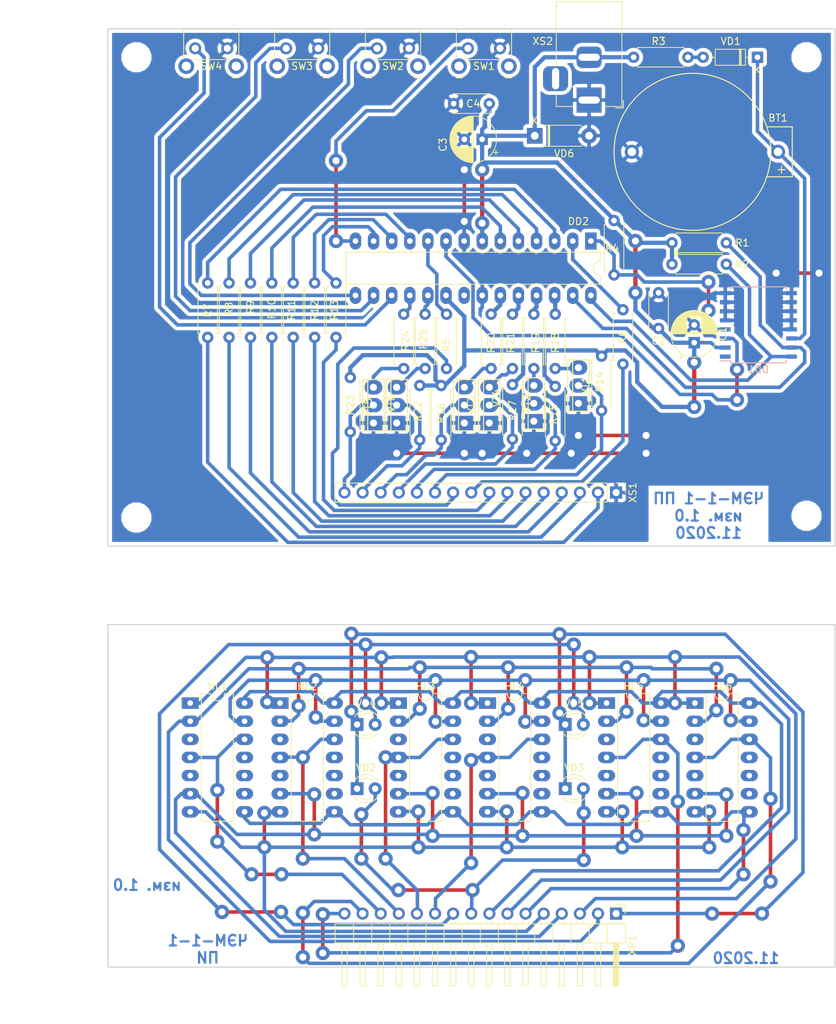
<source format=kicad_pcb>
(kicad_pcb (version 20171130) (host pcbnew "(5.0.2)-1")
  (layers (0 F.Cu signal) (31 B.Cu signal) (34 B.Paste user) (35 F.Paste user) (36 B.SilkS user) (37 F.SilkS user) (38 B.Mask user) (39 F.Mask user) (44 Edge.Cuts user))
  (net 0 "")
  (net 1 "Net-(BT1-Pad1)")
  (net 2 GND)
  (net 3 VCC)
  (net 4 "Net-(DD1-Pad1)")
  (net 5 /Reset)
  (net 6 /SDA)
  (net 7 /SCL)
  (net 8 /E)
  (net 9 /D)
  (net 10 /DotH)
  (net 11 /C)
  (net 12 /B)
  (net 13 /A)
  (net 14 "Net-(DD2-Pad14)")
  (net 15 "Net-(DD2-Pad15)")
  (net 16 /K_5)
  (net 17 /K_4)
  (net 18 /K_0)
  (net 19 /K_1)
  (net 20 /K_2)
  (net 21 /K_3)
  (net 22 /DotL)
  (net 23 /G)
  (net 24 /F)
  (net 25 "Net-(HL1-Pad9)")
  (net 26 "Net-(HL2-Pad9)")
  (net 27 "Net-(HL3-Pad9)")
  (net 28 "Net-(HL4-Pad9)")
  (net 29 "Net-(HL5-Pad9)")
  (net 30 "Net-(HL6-Pad9)")
  (net 31 "Net-(R3-Pad1)")
  (net 32 "Net-(DD2-Pad16)")
  (net 33 "Net-(DD2-Pad17)")
  (net 34 "Net-(DD2-Pad21)")
  (net 35 "Net-(XS2-Pad3)")
  (net 36 "Net-(DD2-Pad2)")
  (net 37 "Net-(DD2-Pad3)")
  (net 38 "Net-(DD2-Pad4)")
  (net 39 "Net-(DD2-Pad5)")
  (net 40 "Net-(DD2-Pad6)")
  (net 41 "Net-(DD2-Pad10)")
  (net 42 "Net-(DD2-Pad11)")
  (net 43 "Net-(DD2-Pad12)")
  (net 44 "Net-(DD2-Pad13)")
  (net 45 "Net-(R18-Pad2)")
  (net 46 "Net-(R19-Pad2)")
  (net 47 "Net-(R20-Pad2)")
  (net 48 "Net-(R21-Pad2)")
  (net 49 "Net-(R24-Pad2)")
  (net 50 "Net-(R25-Pad2)")
  (net 51 /K3O)
  (net 52 /K2O)
  (net 53 /K1O)
  (net 54 /K0O)
  (net 55 /K5O)
  (net 56 /K4O)
  (net 57 "Net-(DD1-Pad3)")
  (module Housings_DIP:DIP-14_W7.62mm_LongPads (layer F.Cu) (at 196.4 113)
    (fp_text reference HL2 (at 3.81 -2.33) (layer F.SilkS))
    (fp_text value АЛС321А1)
    (pad 1 thru_hole rect (at 0 0) (size 2.4 1.6) (drill 0.8) (layers *.Cu *.Mask) (net 24 /F))
    (pad 8 thru_hole oval (at 7.62 15.24) (size 2.4 1.6) (drill 0.8) (layers *.Cu *.Mask) (net 11 /C))
    (pad 2 thru_hole oval (at 0 2.54) (size 2.4 1.6) (drill 0.8) (layers *.Cu *.Mask) (net 23 /G))
    (pad 9 thru_hole oval (at 7.62 12.7) (size 2.4 1.6) (drill 0.8) (layers *.Cu *.Mask) (net 26 "Net-(HL2-Pad9)"))
    (pad 3 thru_hole oval (at 0 5.08) (size 2.4 1.6) (drill 0.8) (layers *.Cu *.Mask))
    (pad 10 thru_hole oval (at 7.62 10.16) (size 2.4 1.6) (drill 0.8) (layers *.Cu *.Mask))
    (pad 4 thru_hole oval (at 0 7.62) (size 2.4 1.6) (drill 0.8) (layers *.Cu *.Mask) (net 52 /K2O))
    (pad 11 thru_hole oval (at 7.62 7.62) (size 2.4 1.6) (drill 0.8) (layers *.Cu *.Mask))
    (pad 5 thru_hole oval (at 0 10.16) (size 2.4 1.6) (drill 0.8) (layers *.Cu *.Mask))
    (pad 12 thru_hole oval (at 7.62 5.08) (size 2.4 1.6) (drill 0.8) (layers *.Cu *.Mask) (net 52 /K2O))
    (pad 6 thru_hole oval (at 0 12.7) (size 2.4 1.6) (drill 0.8) (layers *.Cu *.Mask) (net 8 /E))
    (pad 13 thru_hole oval (at 7.62 2.54) (size 2.4 1.6) (drill 0.8) (layers *.Cu *.Mask) (net 12 /B))
    (pad 7 thru_hole oval (at 0 15.24) (size 2.4 1.6) (drill 0.8) (layers *.Cu *.Mask) (net 9 /D))
    (pad 14 thru_hole oval (at 7.62 0) (size 2.4 1.6) (drill 0.8) (layers *.Cu *.Mask) (net 13 /A))
  )
  (module Housings_DIP:DIP-14_W7.62mm_LongPads (layer F.Cu) (at 242.2 113)
    (fp_text reference HL5 (at 3.81 -2.33) (layer F.SilkS))
    (fp_text value АЛС321А1)
    (pad 1 thru_hole rect (at 0 0) (size 2.4 1.6) (drill 0.8) (layers *.Cu *.Mask) (net 24 /F))
    (pad 8 thru_hole oval (at 7.62 15.24) (size 2.4 1.6) (drill 0.8) (layers *.Cu *.Mask) (net 11 /C))
    (pad 2 thru_hole oval (at 0 2.54) (size 2.4 1.6) (drill 0.8) (layers *.Cu *.Mask) (net 23 /G))
    (pad 9 thru_hole oval (at 7.62 12.7) (size 2.4 1.6) (drill 0.8) (layers *.Cu *.Mask) (net 29 "Net-(HL5-Pad9)"))
    (pad 3 thru_hole oval (at 0 5.08) (size 2.4 1.6) (drill 0.8) (layers *.Cu *.Mask))
    (pad 10 thru_hole oval (at 7.62 10.16) (size 2.4 1.6) (drill 0.8) (layers *.Cu *.Mask))
    (pad 4 thru_hole oval (at 0 7.62) (size 2.4 1.6) (drill 0.8) (layers *.Cu *.Mask) (net 55 /K5O))
    (pad 11 thru_hole oval (at 7.62 7.62) (size 2.4 1.6) (drill 0.8) (layers *.Cu *.Mask))
    (pad 5 thru_hole oval (at 0 10.16) (size 2.4 1.6) (drill 0.8) (layers *.Cu *.Mask))
    (pad 12 thru_hole oval (at 7.62 5.08) (size 2.4 1.6) (drill 0.8) (layers *.Cu *.Mask) (net 55 /K5O))
    (pad 6 thru_hole oval (at 0 12.7) (size 2.4 1.6) (drill 0.8) (layers *.Cu *.Mask) (net 8 /E))
    (pad 13 thru_hole oval (at 7.62 2.54) (size 2.4 1.6) (drill 0.8) (layers *.Cu *.Mask) (net 12 /B))
    (pad 7 thru_hole oval (at 0 15.24) (size 2.4 1.6) (drill 0.8) (layers *.Cu *.Mask) (net 9 /D))
    (pad 14 thru_hole oval (at 7.62 0) (size 2.4 1.6) (drill 0.8) (layers *.Cu *.Mask) (net 13 /A))
  )
  (module Housings_DIP:DIP-14_W7.62mm_LongPads (layer F.Cu) (at 183.8 113)
    (fp_text reference HL1 (at 3.81 -2.33) (layer F.SilkS))
    (fp_text value АЛС321А1)
    (pad 1 thru_hole rect (at 0 0) (size 2.4 1.6) (drill 0.8) (layers *.Cu *.Mask) (net 24 /F))
    (pad 8 thru_hole oval (at 7.62 15.24) (size 2.4 1.6) (drill 0.8) (layers *.Cu *.Mask) (net 11 /C))
    (pad 2 thru_hole oval (at 0 2.54) (size 2.4 1.6) (drill 0.8) (layers *.Cu *.Mask) (net 23 /G))
    (pad 9 thru_hole oval (at 7.62 12.7) (size 2.4 1.6) (drill 0.8) (layers *.Cu *.Mask) (net 25 "Net-(HL1-Pad9)"))
    (pad 3 thru_hole oval (at 0 5.08) (size 2.4 1.6) (drill 0.8) (layers *.Cu *.Mask))
    (pad 10 thru_hole oval (at 7.62 10.16) (size 2.4 1.6) (drill 0.8) (layers *.Cu *.Mask))
    (pad 4 thru_hole oval (at 0 7.62) (size 2.4 1.6) (drill 0.8) (layers *.Cu *.Mask) (net 51 /K3O))
    (pad 11 thru_hole oval (at 7.62 7.62) (size 2.4 1.6) (drill 0.8) (layers *.Cu *.Mask))
    (pad 5 thru_hole oval (at 0 10.16) (size 2.4 1.6) (drill 0.8) (layers *.Cu *.Mask))
    (pad 12 thru_hole oval (at 7.62 5.08) (size 2.4 1.6) (drill 0.8) (layers *.Cu *.Mask) (net 51 /K3O))
    (pad 6 thru_hole oval (at 0 12.7) (size 2.4 1.6) (drill 0.8) (layers *.Cu *.Mask) (net 8 /E))
    (pad 13 thru_hole oval (at 7.62 2.54) (size 2.4 1.6) (drill 0.8) (layers *.Cu *.Mask) (net 12 /B))
    (pad 7 thru_hole oval (at 0 15.24) (size 2.4 1.6) (drill 0.8) (layers *.Cu *.Mask) (net 9 /D))
    (pad 14 thru_hole oval (at 7.62 0) (size 2.4 1.6) (drill 0.8) (layers *.Cu *.Mask) (net 13 /A))
  )
  (module Housings_DIP:DIP-14_W7.62mm_LongPads (layer F.Cu) (at 254.6 113)
    (fp_text reference HL6 (at 3.81 -2.33) (layer F.SilkS))
    (fp_text value АЛС321А1)
    (pad 1 thru_hole rect (at 0 0) (size 2.4 1.6) (drill 0.8) (layers *.Cu *.Mask) (net 24 /F))
    (pad 8 thru_hole oval (at 7.62 15.24) (size 2.4 1.6) (drill 0.8) (layers *.Cu *.Mask) (net 11 /C))
    (pad 2 thru_hole oval (at 0 2.54) (size 2.4 1.6) (drill 0.8) (layers *.Cu *.Mask) (net 23 /G))
    (pad 9 thru_hole oval (at 7.62 12.7) (size 2.4 1.6) (drill 0.8) (layers *.Cu *.Mask) (net 30 "Net-(HL6-Pad9)"))
    (pad 3 thru_hole oval (at 0 5.08) (size 2.4 1.6) (drill 0.8) (layers *.Cu *.Mask))
    (pad 10 thru_hole oval (at 7.62 10.16) (size 2.4 1.6) (drill 0.8) (layers *.Cu *.Mask))
    (pad 4 thru_hole oval (at 0 7.62) (size 2.4 1.6) (drill 0.8) (layers *.Cu *.Mask) (net 56 /K4O))
    (pad 11 thru_hole oval (at 7.62 7.62) (size 2.4 1.6) (drill 0.8) (layers *.Cu *.Mask))
    (pad 5 thru_hole oval (at 0 10.16) (size 2.4 1.6) (drill 0.8) (layers *.Cu *.Mask))
    (pad 12 thru_hole oval (at 7.62 5.08) (size 2.4 1.6) (drill 0.8) (layers *.Cu *.Mask) (net 56 /K4O))
    (pad 6 thru_hole oval (at 0 12.7) (size 2.4 1.6) (drill 0.8) (layers *.Cu *.Mask) (net 8 /E))
    (pad 13 thru_hole oval (at 7.62 2.54) (size 2.4 1.6) (drill 0.8) (layers *.Cu *.Mask) (net 12 /B))
    (pad 7 thru_hole oval (at 0 15.24) (size 2.4 1.6) (drill 0.8) (layers *.Cu *.Mask) (net 9 /D))
    (pad 14 thru_hole oval (at 7.62 0) (size 2.4 1.6) (drill 0.8) (layers *.Cu *.Mask) (net 13 /A))
  )
  (module Housings_DIP:DIP-14_W7.62mm_LongPads (layer F.Cu) (at 225.5 113)
    (fp_text reference HL4 (at 3.81 -2.33) (layer F.SilkS))
    (fp_text value АЛС321А1)
    (pad 1 thru_hole rect (at 0 0) (size 2.4 1.6) (drill 0.8) (layers *.Cu *.Mask) (net 24 /F))
    (pad 8 thru_hole oval (at 7.62 15.24) (size 2.4 1.6) (drill 0.8) (layers *.Cu *.Mask) (net 11 /C))
    (pad 2 thru_hole oval (at 0 2.54) (size 2.4 1.6) (drill 0.8) (layers *.Cu *.Mask) (net 23 /G))
    (pad 9 thru_hole oval (at 7.62 12.7) (size 2.4 1.6) (drill 0.8) (layers *.Cu *.Mask) (net 28 "Net-(HL4-Pad9)"))
    (pad 3 thru_hole oval (at 0 5.08) (size 2.4 1.6) (drill 0.8) (layers *.Cu *.Mask))
    (pad 10 thru_hole oval (at 7.62 10.16) (size 2.4 1.6) (drill 0.8) (layers *.Cu *.Mask))
    (pad 4 thru_hole oval (at 0 7.62) (size 2.4 1.6) (drill 0.8) (layers *.Cu *.Mask) (net 54 /K0O))
    (pad 11 thru_hole oval (at 7.62 7.62) (size 2.4 1.6) (drill 0.8) (layers *.Cu *.Mask))
    (pad 5 thru_hole oval (at 0 10.16) (size 2.4 1.6) (drill 0.8) (layers *.Cu *.Mask))
    (pad 12 thru_hole oval (at 7.62 5.08) (size 2.4 1.6) (drill 0.8) (layers *.Cu *.Mask) (net 54 /K0O))
    (pad 6 thru_hole oval (at 0 12.7) (size 2.4 1.6) (drill 0.8) (layers *.Cu *.Mask) (net 8 /E))
    (pad 13 thru_hole oval (at 7.62 2.54) (size 2.4 1.6) (drill 0.8) (layers *.Cu *.Mask) (net 12 /B))
    (pad 7 thru_hole oval (at 0 15.24) (size 2.4 1.6) (drill 0.8) (layers *.Cu *.Mask) (net 9 /D))
    (pad 14 thru_hole oval (at 7.62 0) (size 2.4 1.6) (drill 0.8) (layers *.Cu *.Mask) (net 13 /A))
  )
  (module Housings_DIP:DIP-14_W7.62mm_LongPads (layer F.Cu) (at 213 113)
    (fp_text reference HL3 (at 3.81 -2.33) (layer F.SilkS))
    (fp_text value АЛС321А1)
    (pad 1 thru_hole rect (at 0 0) (size 2.4 1.6) (drill 0.8) (layers *.Cu *.Mask) (net 24 /F))
    (pad 8 thru_hole oval (at 7.62 15.24) (size 2.4 1.6) (drill 0.8) (layers *.Cu *.Mask) (net 11 /C))
    (pad 2 thru_hole oval (at 0 2.54) (size 2.4 1.6) (drill 0.8) (layers *.Cu *.Mask) (net 23 /G))
    (pad 9 thru_hole oval (at 7.62 12.7) (size 2.4 1.6) (drill 0.8) (layers *.Cu *.Mask) (net 27 "Net-(HL3-Pad9)"))
    (pad 3 thru_hole oval (at 0 5.08) (size 2.4 1.6) (drill 0.8) (layers *.Cu *.Mask))
    (pad 10 thru_hole oval (at 7.62 10.16) (size 2.4 1.6) (drill 0.8) (layers *.Cu *.Mask))
    (pad 4 thru_hole oval (at 0 7.62) (size 2.4 1.6) (drill 0.8) (layers *.Cu *.Mask) (net 53 /K1O))
    (pad 11 thru_hole oval (at 7.62 7.62) (size 2.4 1.6) (drill 0.8) (layers *.Cu *.Mask))
    (pad 5 thru_hole oval (at 0 10.16) (size 2.4 1.6) (drill 0.8) (layers *.Cu *.Mask))
    (pad 12 thru_hole oval (at 7.62 5.08) (size 2.4 1.6) (drill 0.8) (layers *.Cu *.Mask) (net 53 /K1O))
    (pad 6 thru_hole oval (at 0 12.7) (size 2.4 1.6) (drill 0.8) (layers *.Cu *.Mask) (net 8 /E))
    (pad 13 thru_hole oval (at 7.62 2.54) (size 2.4 1.6) (drill 0.8) (layers *.Cu *.Mask) (net 12 /B))
    (pad 7 thru_hole oval (at 0 15.24) (size 2.4 1.6) (drill 0.8) (layers *.Cu *.Mask) (net 9 /D))
    (pad 14 thru_hole oval (at 7.62 0) (size 2.4 1.6) (drill 0.8) (layers *.Cu *.Mask) (net 13 /A))
  )
  (module Housings_SOIC:SOIC-16W_7.5x10.3mm_Pitch1.27mm (layer B.Cu) (at 263.5 60)
    (fp_text reference DD1 (at 0 6.25) (layer B.SilkS) (effects (justify mirror)))
    (fp_text value DS3231SN)
    (pad 1 smd rect (at -4.65 4.445) (size 1.5 0.6) (layers B.Cu B.Paste B.Mask) (net 4 "Net-(DD1-Pad1)"))
    (pad 2 smd rect (at -4.65 3.175) (size 1.5 0.6) (layers B.Cu B.Paste B.Mask) (net 3 VCC))
    (pad 3 smd rect (at -4.65 1.905) (size 1.5 0.6) (layers B.Cu B.Paste B.Mask) (net 57 "Net-(DD1-Pad3)"))
    (pad 4 smd rect (at -4.65 0.635) (size 1.5 0.6) (layers B.Cu B.Paste B.Mask) (net 5 /Reset))
    (pad 5 smd rect (at -4.65 -0.635) (size 1.5 0.6) (layers B.Cu B.Paste B.Mask) (net 2 GND))
    (pad 6 smd rect (at -4.65 -1.905) (size 1.5 0.6) (layers B.Cu B.Paste B.Mask) (net 2 GND))
    (pad 7 smd rect (at -4.65 -3.175) (size 1.5 0.6) (layers B.Cu B.Paste B.Mask) (net 2 GND))
    (pad 8 smd rect (at -4.65 -4.445) (size 1.5 0.6) (layers B.Cu B.Paste B.Mask) (net 2 GND))
    (pad 9 smd rect (at 4.65 -4.445) (size 1.5 0.6) (layers B.Cu B.Paste B.Mask) (net 2 GND))
    (pad 10 smd rect (at 4.65 -3.175) (size 1.5 0.6) (layers B.Cu B.Paste B.Mask) (net 2 GND))
    (pad 11 smd rect (at 4.65 -1.905) (size 1.5 0.6) (layers B.Cu B.Paste B.Mask) (net 2 GND))
    (pad 12 smd rect (at 4.65 -0.635) (size 1.5 0.6) (layers B.Cu B.Paste B.Mask) (net 2 GND))
    (pad 13 smd rect (at 4.65 0.635) (size 1.5 0.6) (layers B.Cu B.Paste B.Mask) (net 2 GND))
    (pad 14 smd rect (at 4.65 1.905) (size 1.5 0.6) (layers B.Cu B.Paste B.Mask) (net 1 "Net-(BT1-Pad1)"))
    (pad 15 smd rect (at 4.65 3.175) (size 1.5 0.6) (layers B.Cu B.Paste B.Mask) (net 6 /SDA))
    (pad 16 smd rect (at 4.65 4.445) (size 1.5 0.6) (layers B.Cu B.Paste B.Mask) (net 7 /SCL))
  )
  (module MountingHole:MountingHole_3.2mm_M3 (layer F.Cu) (at 175.75 146.5)
    (fp_text reference REF** hide)
    (fp_text value MountingHole_3.2mm_M3)
    (pad 1 np_thru_hole circle (at 0 0) (size 3.2 3.2) (drill 3.2) (layers *.Cu *.Mask))
  )
  (module MountingHole:MountingHole_3.2mm_M3 (layer F.Cu) (at 270.75 146.5)
    (fp_text reference REF** hide)
    (fp_text value MountingHole_3.2mm_M3)
    (pad 1 np_thru_hole circle (at 0 0) (size 3.2 3.2) (drill 3.2) (layers *.Cu *.Mask))
  )
  (module MountingHole:MountingHole_3.2mm_M3 (layer F.Cu) (at 270.75 105.5)
    (fp_text reference REF** hide)
    (fp_text value MountingHole_3.2mm_M3)
    (pad 1 np_thru_hole circle (at 0 0) (size 3.2 3.2) (drill 3.2) (layers *.Cu *.Mask))
  )
  (module MountingHole:MountingHole_3.2mm_M3 (layer F.Cu) (at 175.75 105.5)
    (fp_text reference REF** hide)
    (fp_text value MountingHole_3.2mm_M3)
    (pad 1 np_thru_hole circle (at 0 0) (size 3.2 3.2) (drill 3.2) (layers *.Cu *.Mask))
  )
  (module MountingHole:MountingHole_3.2mm_M3 (layer F.Cu) (at 270.25 86.75)
    (fp_text reference REF** hide)
    (fp_text value MountingHole_3.2mm_M3)
    (pad 1 np_thru_hole circle (at 0 0) (size 3.2 3.2) (drill 3.2) (layers *.Cu *.Mask))
  )
  (module MountingHole:MountingHole_3.2mm_M3 (layer F.Cu) (at 270.25 22.5)
    (fp_text reference REF** hide)
    (fp_text value MountingHole_3.2mm_M3)
    (pad 1 np_thru_hole circle (at 0 0) (size 3.2 3.2) (drill 3.2) (layers *.Cu *.Mask))
  )
  (module MountingHole:MountingHole_3.2mm_M3 (layer F.Cu) (at 176.25 22.5)
    (fp_text reference REF** hide)
    (fp_text value MountingHole_3.2mm_M3)
    (pad 1 np_thru_hole circle (at 0 0) (size 3.2 3.2) (drill 3.2) (layers *.Cu *.Mask))
  )
  (module Package_DIP:DIP-28_W7.62mm_LongPads (layer F.Cu) (at 240 48.25 270)
    (fp_text reference DD2 (at -2.75 1.75) (layer F.SilkS))
    (fp_text value ATmega8-16PU)
    (pad 1 thru_hole rect (at 0 0 270) (size 2.4 1.6) (drill 0.8) (layers *.Cu *.Mask) (net 5 /Reset))
    (pad 15 thru_hole oval (at 7.62 33.02 270) (size 2.4 1.6) (drill 0.8) (layers *.Cu *.Mask) (net 15 "Net-(DD2-Pad15)"))
    (pad 2 thru_hole oval (at 0 2.54 270) (size 2.4 1.6) (drill 0.8) (layers *.Cu *.Mask) (net 36 "Net-(DD2-Pad2)"))
    (pad 16 thru_hole oval (at 7.62 30.48 270) (size 2.4 1.6) (drill 0.8) (layers *.Cu *.Mask) (net 32 "Net-(DD2-Pad16)"))
    (pad 3 thru_hole oval (at 0 5.08 270) (size 2.4 1.6) (drill 0.8) (layers *.Cu *.Mask) (net 37 "Net-(DD2-Pad3)"))
    (pad 17 thru_hole oval (at 7.62 27.94 270) (size 2.4 1.6) (drill 0.8) (layers *.Cu *.Mask) (net 33 "Net-(DD2-Pad17)"))
    (pad 4 thru_hole oval (at 0 7.62 270) (size 2.4 1.6) (drill 0.8) (layers *.Cu *.Mask) (net 38 "Net-(DD2-Pad4)"))
    (pad 18 thru_hole oval (at 7.62 25.4 270) (size 2.4 1.6) (drill 0.8) (layers *.Cu *.Mask) (net 16 /K_5))
    (pad 5 thru_hole oval (at 0 10.16 270) (size 2.4 1.6) (drill 0.8) (layers *.Cu *.Mask) (net 39 "Net-(DD2-Pad5)"))
    (pad 19 thru_hole oval (at 7.62 22.86 270) (size 2.4 1.6) (drill 0.8) (layers *.Cu *.Mask) (net 17 /K_4))
    (pad 6 thru_hole oval (at 0 12.7 270) (size 2.4 1.6) (drill 0.8) (layers *.Cu *.Mask) (net 40 "Net-(DD2-Pad6)"))
    (pad 20 thru_hole oval (at 7.62 20.32 270) (size 2.4 1.6) (drill 0.8) (layers *.Cu *.Mask) (net 3 VCC))
    (pad 7 thru_hole oval (at 0 15.24 270) (size 2.4 1.6) (drill 0.8) (layers *.Cu *.Mask) (net 3 VCC))
    (pad 21 thru_hole oval (at 7.62 17.78 270) (size 2.4 1.6) (drill 0.8) (layers *.Cu *.Mask) (net 34 "Net-(DD2-Pad21)"))
    (pad 8 thru_hole oval (at 0 17.78 270) (size 2.4 1.6) (drill 0.8) (layers *.Cu *.Mask) (net 2 GND))
    (pad 22 thru_hole oval (at 7.62 15.24 270) (size 2.4 1.6) (drill 0.8) (layers *.Cu *.Mask) (net 2 GND))
    (pad 9 thru_hole oval (at 0 20.32 270) (size 2.4 1.6) (drill 0.8) (layers *.Cu *.Mask) (net 57 "Net-(DD1-Pad3)"))
    (pad 23 thru_hole oval (at 7.62 12.7 270) (size 2.4 1.6) (drill 0.8) (layers *.Cu *.Mask) (net 21 /K_3))
    (pad 10 thru_hole oval (at 0 22.86 270) (size 2.4 1.6) (drill 0.8) (layers *.Cu *.Mask) (net 41 "Net-(DD2-Pad10)"))
    (pad 24 thru_hole oval (at 7.62 10.16 270) (size 2.4 1.6) (drill 0.8) (layers *.Cu *.Mask) (net 20 /K_2))
    (pad 11 thru_hole oval (at 0 25.4 270) (size 2.4 1.6) (drill 0.8) (layers *.Cu *.Mask) (net 42 "Net-(DD2-Pad11)"))
    (pad 25 thru_hole oval (at 7.62 7.62 270) (size 2.4 1.6) (drill 0.8) (layers *.Cu *.Mask) (net 19 /K_1))
    (pad 12 thru_hole oval (at 0 27.94 270) (size 2.4 1.6) (drill 0.8) (layers *.Cu *.Mask) (net 43 "Net-(DD2-Pad12)"))
    (pad 26 thru_hole oval (at 7.62 5.08 270) (size 2.4 1.6) (drill 0.8) (layers *.Cu *.Mask) (net 18 /K_0))
    (pad 13 thru_hole oval (at 0 30.48 270) (size 2.4 1.6) (drill 0.8) (layers *.Cu *.Mask) (net 44 "Net-(DD2-Pad13)"))
    (pad 27 thru_hole oval (at 7.62 2.54 270) (size 2.4 1.6) (drill 0.8) (layers *.Cu *.Mask) (net 6 /SDA))
    (pad 14 thru_hole oval (at 0 33.02 270) (size 2.4 1.6) (drill 0.8) (layers *.Cu *.Mask) (net 14 "Net-(DD2-Pad14)"))
    (pad 28 thru_hole oval (at 7.62 0 270) (size 2.4 1.6) (drill 0.8) (layers *.Cu *.Mask) (net 7 /SCL))
  )
  (module Capacitor_THT:CP_Radial_D6.3mm_P2.50mm (layer F.Cu) (at 224.75 34 180)
    (fp_text reference C3 (at 5.5 -0.75 270) (layer F.SilkS))
    (fp_text value 1u)
    (pad 2 thru_hole circle (at 2.5 0 180) (size 1.6 1.6) (drill 0.8) (layers *.Cu *.Mask) (net 2 GND))
    (pad 1 thru_hole rect (at 0 0 180) (size 1.6 1.6) (drill 0.8) (layers *.Cu *.Mask) (net 3 VCC))
  )
  (module CMA2_BRD:CMA2_CR2032_ThroughHole (layer F.Cu) (at 266.25 35.75 180)
    (fp_text reference BT1 (at 0 4.75 180) (layer F.SilkS))
    (fp_text value CR2032 hide)
    (pad 1 thru_hole circle (at 0 0 180) (size 2 2) (drill 1.2) (layers *.Cu *.Mask) (net 1 "Net-(BT1-Pad1)"))
    (pad 2 thru_hole circle (at 20.5 0 180) (size 2 2) (drill 1.2) (layers *.Cu *.Mask) (net 2 GND))
  )
  (module Capacitor_THT:CP_Radial_D6.3mm_P2.50mm (layer F.Cu) (at 254.5 62.5 90)
    (fp_text reference C1 (at 1.25 4 90) (layer F.SilkS))
    (fp_text value 1u)
    (pad 1 thru_hole rect (at 0 0 90) (size 1.6 1.6) (drill 0.8) (layers *.Cu *.Mask) (net 3 VCC))
    (pad 2 thru_hole circle (at 2.5 0 90) (size 1.6 1.6) (drill 0.8) (layers *.Cu *.Mask) (net 2 GND))
  )
  (module Resistor_THT:R_Axial_DIN0207_L6.3mm_D2.5mm_P7.62mm_Horizontal (layer F.Cu) (at 259 48.5 180)
    (fp_text reference R1 (at -2.25 0 180) (layer F.SilkS))
    (fp_text value 10k)
    (pad 2 thru_hole oval (at 7.62 0 180) (size 1.6 1.6) (drill 0.8) (layers *.Cu *.Mask) (net 3 VCC))
    (pad 1 thru_hole circle (at 0 0 180) (size 1.6 1.6) (drill 0.8) (layers *.Cu *.Mask) (net 6 /SDA))
  )
  (module Resistor_THT:R_Axial_DIN0207_L6.3mm_D2.5mm_P7.62mm_Horizontal (layer F.Cu) (at 259 51.5 180)
    (fp_text reference R2 (at -2.25 0 180) (layer F.SilkS))
    (fp_text value 10k)
    (pad 1 thru_hole circle (at 0 0 180) (size 1.6 1.6) (drill 0.8) (layers *.Cu *.Mask) (net 7 /SCL))
    (pad 2 thru_hole oval (at 7.62 0 180) (size 1.6 1.6) (drill 0.8) (layers *.Cu *.Mask) (net 3 VCC))
  )
  (module Resistor_THT:R_Axial_DIN0207_L6.3mm_D2.5mm_P7.62mm_Horizontal (layer F.Cu) (at 253.62 22.5 180)
    (fp_text reference R3 (at 4.12 2.25 180) (layer F.SilkS))
    (fp_text value 200)
    (pad 2 thru_hole oval (at 7.62 0 180) (size 1.6 1.6) (drill 0.8) (layers *.Cu *.Mask) (net 3 VCC))
    (pad 1 thru_hole circle (at 0 0 180) (size 1.6 1.6) (drill 0.8) (layers *.Cu *.Mask) (net 31 "Net-(R3-Pad1)"))
  )
  (module Resistor_THT:R_Axial_DIN0207_L6.3mm_D2.5mm_P7.62mm_Horizontal (layer F.Cu) (at 243.25 53 90)
    (fp_text reference R4 (at 3.75 -0.25 180) (layer F.SilkS))
    (fp_text value 10k)
    (pad 1 thru_hole circle (at 0 0 90) (size 1.6 1.6) (drill 0.8) (layers *.Cu *.Mask) (net 5 /Reset))
    (pad 2 thru_hole oval (at 7.62 0 90) (size 1.6 1.6) (drill 0.8) (layers *.Cu *.Mask) (net 3 VCC))
  )
  (module Button_Switch_THT:SW_Tactile_SKHH_Angled (layer F.Cu) (at 222.75 21.25)
    (fp_text reference SW1 (at 2.25 2.5) (layer F.SilkS))
    (fp_text value +)
    (pad 1 thru_hole circle (at 0 0 180) (size 1.7 1.7) (drill 1) (layers *.Cu *.Mask) (net 14 "Net-(DD2-Pad14)"))
    (pad 2 thru_hole circle (at 4.5 0 180) (size 1.7 1.7) (drill 1) (layers *.Cu *.Mask) (net 2 GND))
    (pad "" thru_hole circle (at -1.25 2.5 180) (size 2.2 2.2) (drill 1.3) (layers *.Cu *.Mask))
    (pad "" thru_hole circle (at 5.75 2.5 180) (size 2.2 2.2) (drill 1.3) (layers *.Cu *.Mask))
  )
  (module Button_Switch_THT:SW_Tactile_SKHH_Angled (layer F.Cu) (at 210 21.25)
    (fp_text reference SW2 (at 2.25 2.5) (layer F.SilkS))
    (fp_text value -)
    (pad "" thru_hole circle (at 5.75 2.5 180) (size 2.2 2.2) (drill 1.3) (layers *.Cu *.Mask))
    (pad "" thru_hole circle (at -1.25 2.5 180) (size 2.2 2.2) (drill 1.3) (layers *.Cu *.Mask))
    (pad 2 thru_hole circle (at 4.5 0 180) (size 1.7 1.7) (drill 1) (layers *.Cu *.Mask) (net 2 GND))
    (pad 1 thru_hole circle (at 0 0 180) (size 1.7 1.7) (drill 1) (layers *.Cu *.Mask) (net 15 "Net-(DD2-Pad15)"))
  )
  (module Button_Switch_THT:SW_Tactile_SKHH_Angled (layer F.Cu) (at 197.25 21.25)
    (fp_text reference SW3 (at 2.25 2.5) (layer F.SilkS))
    (fp_text value Corr)
    (pad 1 thru_hole circle (at 0 0 180) (size 1.7 1.7) (drill 1) (layers *.Cu *.Mask) (net 32 "Net-(DD2-Pad16)"))
    (pad 2 thru_hole circle (at 4.5 0 180) (size 1.7 1.7) (drill 1) (layers *.Cu *.Mask) (net 2 GND))
    (pad "" thru_hole circle (at -1.25 2.5 180) (size 2.2 2.2) (drill 1.3) (layers *.Cu *.Mask))
    (pad "" thru_hole circle (at 5.75 2.5 180) (size 2.2 2.2) (drill 1.3) (layers *.Cu *.Mask))
  )
  (module Button_Switch_THT:SW_Tactile_SKHH_Angled (layer F.Cu) (at 184.5 21.25)
    (fp_text reference SW4 (at 2.25 2.5) (layer F.SilkS))
    (fp_text value Mode)
    (pad "" thru_hole circle (at 5.75 2.5 180) (size 2.2 2.2) (drill 1.3) (layers *.Cu *.Mask))
    (pad "" thru_hole circle (at -1.25 2.5 180) (size 2.2 2.2) (drill 1.3) (layers *.Cu *.Mask))
    (pad 2 thru_hole circle (at 4.5 0 180) (size 1.7 1.7) (drill 1) (layers *.Cu *.Mask) (net 2 GND))
    (pad 1 thru_hole circle (at 0 0 180) (size 1.7 1.7) (drill 1) (layers *.Cu *.Mask) (net 33 "Net-(DD2-Pad17)"))
  )
  (module Diode_THT:D_DO-35_SOD27_P7.62mm_Horizontal (layer F.Cu) (at 263.37 22.5 180)
    (fp_text reference VD1 (at 3.75 2.25 180) (layer F.SilkS))
    (fp_text value 4148)
    (fp_text user K (at 0 -1.8 180) (layer F.SilkS))
    (pad 1 thru_hole rect (at 0 0 180) (size 1.6 1.6) (drill 0.8) (layers *.Cu *.Mask) (net 1 "Net-(BT1-Pad1)"))
    (pad 2 thru_hole oval (at 7.62 0 180) (size 1.6 1.6) (drill 0.8) (layers *.Cu *.Mask) (net 31 "Net-(R3-Pad1)"))
  )
  (module Capacitor_THT:C_Disc_D5.0mm_W2.5mm_P5.00mm (layer F.Cu) (at 249.5 55.5 270)
    (fp_text reference C2 (at 6.75 0) (layer F.SilkS))
    (fp_text value 100n)
    (pad 1 thru_hole circle (at 0 0 270) (size 1.6 1.6) (drill 0.8) (layers *.Cu *.Mask) (net 2 GND))
    (pad 2 thru_hole circle (at 5 0 270) (size 1.6 1.6) (drill 0.8) (layers *.Cu *.Mask) (net 3 VCC))
  )
  (module Diode_THT:D_DO-41_SOD81_P7.62mm_Horizontal (layer F.Cu) (at 232.13 33.5)
    (fp_text reference VD6 (at 4.124999 2.5) (layer F.SilkS))
    (fp_text value 4007)
    (fp_text user K (at 0 -2.1) (layer F.SilkS))
    (pad 1 thru_hole rect (at 0 0) (size 2.2 2.2) (drill 1.1) (layers *.Cu *.Mask) (net 3 VCC))
    (pad 2 thru_hole oval (at 7.62 0) (size 2.2 2.2) (drill 1.1) (layers *.Cu *.Mask) (net 2 GND))
  )
  (module Connector_BarrelJack:BarrelJack_Horizontal (layer F.Cu) (at 239.75 28.5 270)
    (fp_text reference XS2 (at -8.25 6.5) (layer F.SilkS))
    (fp_text value Barrel_Jack_Switch)
    (pad 1 thru_hole rect (at 0 0 270) (size 3.5 3.5) (drill oval 1 3) (layers *.Cu *.Mask) (net 2 GND))
    (pad 2 thru_hole roundrect (at -6 0 270) (size 3 3.5) (drill oval 1 3) (layers *.Cu *.Mask) (net 3 VCC))
    (pad 3 thru_hole roundrect (at -3 4.7 270) (size 3.5 3.5) (drill oval 3 1) (layers *.Cu *.Mask) (net 35 "Net-(XS2-Pad3)"))
  )
  (module Resistor_THT:R_Axial_DIN0207_L6.3mm_D2.5mm_P7.62mm_Horizontal (layer F.Cu) (at 244.5 65.5 90)
    (fp_text reference R6 (at 3.81 -0.075001 90) (layer F.SilkS))
    (fp_text value R)
    (pad 2 thru_hole oval (at 7.62 0 90) (size 1.6 1.6) (drill 0.8) (layers *.Cu *.Mask) (net 36 "Net-(DD2-Pad2)"))
    (pad 1 thru_hole circle (at 0 0 90) (size 1.6 1.6) (drill 0.8) (layers *.Cu *.Mask) (net 22 /DotL))
  )
  (module Resistor_THT:R_Axial_DIN0207_L6.3mm_D2.5mm_P7.62mm_Horizontal (layer F.Cu) (at 186.25 61.75 90)
    (fp_text reference R7 (at 3.75 0 90) (layer F.SilkS))
    (fp_text value R)
    (pad 2 thru_hole oval (at 7.62 0 90) (size 1.6 1.6) (drill 0.8) (layers *.Cu *.Mask) (net 37 "Net-(DD2-Pad3)"))
    (pad 1 thru_hole circle (at 0 0 90) (size 1.6 1.6) (drill 0.8) (layers *.Cu *.Mask) (net 23 /G))
  )
  (module Resistor_THT:R_Axial_DIN0207_L6.3mm_D2.5mm_P7.62mm_Horizontal (layer F.Cu) (at 189.25 61.75 90)
    (fp_text reference R8 (at 4 0 90) (layer F.SilkS))
    (fp_text value R)
    (pad 2 thru_hole oval (at 7.62 0 90) (size 1.6 1.6) (drill 0.8) (layers *.Cu *.Mask) (net 38 "Net-(DD2-Pad4)"))
    (pad 1 thru_hole circle (at 0 0 90) (size 1.6 1.6) (drill 0.8) (layers *.Cu *.Mask) (net 24 /F))
  )
  (module Resistor_THT:R_Axial_DIN0207_L6.3mm_D2.5mm_P7.62mm_Horizontal (layer F.Cu) (at 192.25 61.75 90)
    (fp_text reference R9 (at 4.25 0 90) (layer F.SilkS))
    (fp_text value R)
    (pad 1 thru_hole circle (at 0 0 90) (size 1.6 1.6) (drill 0.8) (layers *.Cu *.Mask) (net 8 /E))
    (pad 2 thru_hole oval (at 7.62 0 90) (size 1.6 1.6) (drill 0.8) (layers *.Cu *.Mask) (net 39 "Net-(DD2-Pad5)"))
  )
  (module Resistor_THT:R_Axial_DIN0207_L6.3mm_D2.5mm_P7.62mm_Horizontal (layer F.Cu) (at 195.25 61.75 90)
    (fp_text reference R10 (at 4 0 90) (layer F.SilkS))
    (fp_text value R)
    (pad 2 thru_hole oval (at 7.62 0 90) (size 1.6 1.6) (drill 0.8) (layers *.Cu *.Mask) (net 40 "Net-(DD2-Pad6)"))
    (pad 1 thru_hole circle (at 0 0 90) (size 1.6 1.6) (drill 0.8) (layers *.Cu *.Mask) (net 9 /D))
  )
  (module Resistor_THT:R_Axial_DIN0207_L6.3mm_D2.5mm_P7.62mm_Horizontal (layer F.Cu) (at 198.25 61.75 90)
    (fp_text reference R11 (at 3.81 -0.25 90) (layer F.SilkS))
    (fp_text value R)
    (pad 1 thru_hole circle (at 0 0 90) (size 1.6 1.6) (drill 0.8) (layers *.Cu *.Mask) (net 11 /C))
    (pad 2 thru_hole oval (at 7.62 0 90) (size 1.6 1.6) (drill 0.8) (layers *.Cu *.Mask) (net 42 "Net-(DD2-Pad11)"))
  )
  (module Resistor_THT:R_Axial_DIN0207_L6.3mm_D2.5mm_P7.62mm_Horizontal (layer F.Cu) (at 201.25 61.75 90)
    (fp_text reference R12 (at 3.75 0 90) (layer F.SilkS))
    (fp_text value R)
    (pad 2 thru_hole oval (at 7.62 0 90) (size 1.6 1.6) (drill 0.8) (layers *.Cu *.Mask) (net 43 "Net-(DD2-Pad12)"))
    (pad 1 thru_hole circle (at 0 0 90) (size 1.6 1.6) (drill 0.8) (layers *.Cu *.Mask) (net 12 /B))
  )
  (module Resistor_THT:R_Axial_DIN0207_L6.3mm_D2.5mm_P7.62mm_Horizontal (layer F.Cu) (at 204.25 61.75 90)
    (fp_text reference R13 (at 3.81 -0.25 90) (layer F.SilkS))
    (fp_text value R)
    (pad 1 thru_hole circle (at 0 0 90) (size 1.6 1.6) (drill 0.8) (layers *.Cu *.Mask) (net 13 /A))
    (pad 2 thru_hole oval (at 7.62 0 90) (size 1.6 1.6) (drill 0.8) (layers *.Cu *.Mask) (net 44 "Net-(DD2-Pad13)"))
  )
  (module Resistor_THT:R_Axial_DIN0207_L6.3mm_D2.5mm_P7.62mm_Horizontal (layer F.Cu) (at 241.5 72 90)
    (fp_text reference R14 (at 4 -0.25 90) (layer F.SilkS))
    (fp_text value 10k)
    (pad 1 thru_hole circle (at 0 0 90) (size 1.6 1.6) (drill 0.8) (layers *.Cu *.Mask) (net 54 /K0O))
    (pad 2 thru_hole oval (at 7.62 0 90) (size 1.6 1.6) (drill 0.8) (layers *.Cu *.Mask) (net 3 VCC))
  )
  (module Resistor_THT:R_Axial_DIN0207_L6.3mm_D2.5mm_P7.62mm_Horizontal (layer F.Cu) (at 235 76.25 90)
    (fp_text reference R15 (at 3.75 -0.25 90) (layer F.SilkS))
    (fp_text value 10k)
    (pad 1 thru_hole circle (at 0 0 90) (size 1.6 1.6) (drill 0.8) (layers *.Cu *.Mask) (net 53 /K1O))
    (pad 2 thru_hole oval (at 7.62 0 90) (size 1.6 1.6) (drill 0.8) (layers *.Cu *.Mask) (net 3 VCC))
  )
  (module Resistor_THT:R_Axial_DIN0207_L6.3mm_D2.5mm_P7.62mm_Horizontal (layer F.Cu) (at 219 76.12 90)
    (fp_text reference R16 (at 3.75 0 90) (layer F.SilkS))
    (fp_text value 10k)
    (pad 1 thru_hole circle (at 0 0 90) (size 1.6 1.6) (drill 0.8) (layers *.Cu *.Mask) (net 51 /K3O))
    (pad 2 thru_hole oval (at 7.62 0 90) (size 1.6 1.6) (drill 0.8) (layers *.Cu *.Mask) (net 3 VCC))
  )
  (module Resistor_THT:R_Axial_DIN0207_L6.3mm_D2.5mm_P7.62mm_Horizontal (layer F.Cu) (at 229 76 90)
    (fp_text reference R17 (at 4 0 90) (layer F.SilkS))
    (fp_text value 10k)
    (pad 1 thru_hole circle (at 0 0 90) (size 1.6 1.6) (drill 0.8) (layers *.Cu *.Mask) (net 52 /K2O))
    (pad 2 thru_hole oval (at 7.62 0 90) (size 1.6 1.6) (drill 0.8) (layers *.Cu *.Mask) (net 3 VCC))
  )
  (module Resistor_THT:R_Axial_DIN0207_L6.3mm_D2.5mm_P7.62mm_Horizontal (layer F.Cu) (at 235 58.5 270)
    (fp_text reference R18 (at 4 0 270) (layer F.SilkS))
    (fp_text value 2k)
    (pad 2 thru_hole oval (at 7.62 0 270) (size 1.6 1.6) (drill 0.8) (layers *.Cu *.Mask) (net 45 "Net-(R18-Pad2)"))
    (pad 1 thru_hole circle (at 0 0 270) (size 1.6 1.6) (drill 0.8) (layers *.Cu *.Mask) (net 18 /K_0))
  )
  (module Resistor_THT:R_Axial_DIN0207_L6.3mm_D2.5mm_P7.62mm_Horizontal (layer F.Cu) (at 232 58.5 270)
    (fp_text reference R19 (at 4 -0.25 270) (layer F.SilkS))
    (fp_text value 2k)
    (pad 2 thru_hole oval (at 7.62 0 270) (size 1.6 1.6) (drill 0.8) (layers *.Cu *.Mask) (net 46 "Net-(R19-Pad2)"))
    (pad 1 thru_hole circle (at 0 0 270) (size 1.6 1.6) (drill 0.8) (layers *.Cu *.Mask) (net 19 /K_1))
  )
  (module Resistor_THT:R_Axial_DIN0207_L6.3mm_D2.5mm_P7.62mm_Horizontal (layer F.Cu) (at 226 58.5 270)
    (fp_text reference R20 (at 4 0 270) (layer F.SilkS))
    (fp_text value 2k)
    (pad 2 thru_hole oval (at 7.62 0 270) (size 1.6 1.6) (drill 0.8) (layers *.Cu *.Mask) (net 47 "Net-(R20-Pad2)"))
    (pad 1 thru_hole circle (at 0 0 270) (size 1.6 1.6) (drill 0.8) (layers *.Cu *.Mask) (net 21 /K_3))
  )
  (module Resistor_THT:R_Axial_DIN0207_L6.3mm_D2.5mm_P7.62mm_Horizontal (layer F.Cu) (at 229 58.5 270)
    (fp_text reference R21 (at 4 0.25 270) (layer F.SilkS))
    (fp_text value 2k)
    (pad 2 thru_hole oval (at 7.62 0 270) (size 1.6 1.6) (drill 0.8) (layers *.Cu *.Mask) (net 48 "Net-(R21-Pad2)"))
    (pad 1 thru_hole circle (at 0 0 270) (size 1.6 1.6) (drill 0.8) (layers *.Cu *.Mask) (net 20 /K_2))
  )
  (module Resistor_THT:R_Axial_DIN0207_L6.3mm_D2.5mm_P7.62mm_Horizontal (layer F.Cu) (at 216 76.12 90)
    (fp_text reference R22 (at 4 -0.25 90) (layer F.SilkS))
    (fp_text value 10k)
    (pad 1 thru_hole circle (at 0 0 90) (size 1.6 1.6) (drill 0.8) (layers *.Cu *.Mask) (net 56 /K4O))
    (pad 2 thru_hole oval (at 7.62 0 90) (size 1.6 1.6) (drill 0.8) (layers *.Cu *.Mask) (net 3 VCC))
  )
  (module Resistor_THT:R_Axial_DIN0207_L6.3mm_D2.5mm_P7.62mm_Horizontal (layer F.Cu) (at 206.25 75 90)
    (fp_text reference R23 (at 3.75 0 90) (layer F.SilkS))
    (fp_text value 10k)
    (pad 1 thru_hole circle (at 0 0 90) (size 1.6 1.6) (drill 0.8) (layers *.Cu *.Mask) (net 55 /K5O))
    (pad 2 thru_hole oval (at 7.62 0 90) (size 1.6 1.6) (drill 0.8) (layers *.Cu *.Mask) (net 3 VCC))
  )
  (module Resistor_THT:R_Axial_DIN0207_L6.3mm_D2.5mm_P7.62mm_Horizontal (layer F.Cu) (at 213.75 58.5 270)
    (fp_text reference R24 (at 3.75 -0.25 270) (layer F.SilkS))
    (fp_text value 2k)
    (pad 2 thru_hole oval (at 7.62 0 270) (size 1.6 1.6) (drill 0.8) (layers *.Cu *.Mask) (net 49 "Net-(R24-Pad2)"))
    (pad 1 thru_hole circle (at 0 0 270) (size 1.6 1.6) (drill 0.8) (layers *.Cu *.Mask) (net 16 /K_5))
  )
  (module Resistor_THT:R_Axial_DIN0207_L6.3mm_D2.5mm_P7.62mm_Horizontal (layer F.Cu) (at 216.75 58.5 270)
    (fp_text reference R25 (at 3.5 0.25 270) (layer F.SilkS))
    (fp_text value 2k)
    (pad 2 thru_hole oval (at 7.62 0 270) (size 1.6 1.6) (drill 0.8) (layers *.Cu *.Mask) (net 50 "Net-(R25-Pad2)"))
    (pad 1 thru_hole circle (at 0 0 270) (size 1.6 1.6) (drill 0.8) (layers *.Cu *.Mask) (net 17 /K_4))
  )
  (module "AAV_BRD:КТ315(361)_Vertical" (layer F.Cu) (at 238.25 71 90)
    (fp_text reference VT1 (at 2.5 1 90) (layer F.SilkS))
    (fp_text value КТ315)
    (pad 1 thru_hole rect (at 0 0 90) (size 2 2.5) (drill 1) (layers *.Cu *.Mask) (net 2 GND))
    (pad 2 thru_hole oval (at 2.5 0 90) (size 2 2.5) (drill 1) (layers *.Cu *.Mask) (net 54 /K0O))
    (pad 3 thru_hole oval (at 5 0 90) (size 2 2.5) (drill 1) (layers *.Cu *.Mask) (net 45 "Net-(R18-Pad2)"))
  )
  (module "AAV_BRD:КТ315(361)_Vertical" (layer F.Cu) (at 232 73.5 90)
    (fp_text reference VT2 (at 2.5 -1 90) (layer F.SilkS))
    (fp_text value КТ315)
    (pad 1 thru_hole rect (at 0 0 90) (size 2 2.5) (drill 1) (layers *.Cu *.Mask) (net 2 GND))
    (pad 2 thru_hole oval (at 2.5 0 90) (size 2 2.5) (drill 1) (layers *.Cu *.Mask) (net 53 /K1O))
    (pad 3 thru_hole oval (at 5 0 90) (size 2 2.5) (drill 1) (layers *.Cu *.Mask) (net 46 "Net-(R19-Pad2)"))
  )
  (module "AAV_BRD:КТ315(361)_Vertical" (layer F.Cu) (at 222.25 73.75 90)
    (fp_text reference VT3 (at 2.5 1 90) (layer F.SilkS))
    (fp_text value КТ315)
    (pad 3 thru_hole oval (at 5 0 90) (size 2 2.5) (drill 1) (layers *.Cu *.Mask) (net 47 "Net-(R20-Pad2)"))
    (pad 2 thru_hole oval (at 2.5 0 90) (size 2 2.5) (drill 1) (layers *.Cu *.Mask) (net 51 /K3O))
    (pad 1 thru_hole rect (at 0 0 90) (size 2 2.5) (drill 1) (layers *.Cu *.Mask) (net 2 GND))
  )
  (module "AAV_BRD:КТ315(361)_Vertical" (layer F.Cu) (at 225.75 73.75 90)
    (fp_text reference VT4 (at 3.5 1 90) (layer F.SilkS))
    (fp_text value КТ315)
    (pad 3 thru_hole oval (at 5 0 90) (size 2 2.5) (drill 1) (layers *.Cu *.Mask) (net 48 "Net-(R21-Pad2)"))
    (pad 2 thru_hole oval (at 2.5 0 90) (size 2 2.5) (drill 1) (layers *.Cu *.Mask) (net 52 /K2O))
    (pad 1 thru_hole rect (at 0 0 90) (size 2 2.5) (drill 1) (layers *.Cu *.Mask) (net 2 GND))
  )
  (module "AAV_BRD:КТ315(361)_Vertical" (layer F.Cu) (at 209.5 73.75 90)
    (fp_text reference VT5 (at 2.25 -0.75 90) (layer F.SilkS))
    (fp_text value КТ315)
    (pad 1 thru_hole rect (at 0 0 90) (size 2 2.5) (drill 1) (layers *.Cu *.Mask) (net 2 GND))
    (pad 2 thru_hole oval (at 2.5 0 90) (size 2 2.5) (drill 1) (layers *.Cu *.Mask) (net 55 /K5O))
    (pad 3 thru_hole oval (at 5 0 90) (size 2 2.5) (drill 1) (layers *.Cu *.Mask) (net 49 "Net-(R24-Pad2)"))
  )
  (module "AAV_BRD:КТ315(361)_Vertical" (layer F.Cu) (at 212.75 73.75 90)
    (fp_text reference VT6 (at 2.75 -0.75 90) (layer F.SilkS))
    (fp_text value КТ315)
    (pad 3 thru_hole oval (at 5 0 90) (size 2 2.5) (drill 1) (layers *.Cu *.Mask) (net 50 "Net-(R25-Pad2)"))
    (pad 2 thru_hole oval (at 2.5 0 90) (size 2 2.5) (drill 1) (layers *.Cu *.Mask) (net 56 /K4O))
    (pad 1 thru_hole rect (at 0 0 90) (size 2 2.5) (drill 1) (layers *.Cu *.Mask) (net 2 GND))
  )
  (module Resistor_THT:R_Axial_DIN0207_L6.3mm_D2.5mm_P7.62mm_Horizontal (layer F.Cu) (at 219.75 58.5 270)
    (fp_text reference R5 (at 4.33 0 270) (layer F.SilkS))
    (fp_text value R)
    (pad 1 thru_hole circle (at 0 0 270) (size 1.6 1.6) (drill 0.8) (layers *.Cu *.Mask) (net 41 "Net-(DD2-Pad10)"))
    (pad 2 thru_hole oval (at 7.62 0 270) (size 1.6 1.6) (drill 0.8) (layers *.Cu *.Mask) (net 10 /DotH))
  )
  (module Capacitor_THT:C_Disc_D5.0mm_W2.5mm_P5.00mm (layer F.Cu) (at 220.75 29)
    (fp_text reference C4 (at 2.75 0) (layer F.SilkS))
    (fp_text value 100n)
    (pad 1 thru_hole circle (at 0 0) (size 1.6 1.6) (drill 0.8) (layers *.Cu *.Mask) (net 2 GND))
    (pad 2 thru_hole circle (at 5 0) (size 1.6 1.6) (drill 0.8) (layers *.Cu *.Mask) (net 3 VCC))
  )
  (module LED_THT:LED_D3.0mm (layer F.Cu) (at 207.2 125)
    (fp_text reference VD2 (at 1.27 -2.96) (layer F.SilkS))
    (fp_text value LED)
    (pad 1 thru_hole rect (at 0 0) (size 1.8 1.8) (drill 0.9) (layers *.Cu *.Mask) (net 2 GND))
    (pad 2 thru_hole circle (at 2.54 0) (size 1.8 1.8) (drill 0.9) (layers *.Cu *.Mask) (net 22 /DotL))
  )
  (module LED_THT:LED_D3.0mm (layer F.Cu) (at 236.4 125)
    (fp_text reference VD3 (at 1.27 -2.96) (layer F.SilkS))
    (fp_text value LED)
    (pad 2 thru_hole circle (at 2.54 0) (size 1.8 1.8) (drill 0.9) (layers *.Cu *.Mask) (net 22 /DotL))
    (pad 1 thru_hole rect (at 0 0) (size 1.8 1.8) (drill 0.9) (layers *.Cu *.Mask) (net 2 GND))
  )
  (module LED_THT:LED_D3.0mm (layer F.Cu) (at 207.2 116)
    (fp_text reference VD4 (at 1.27 -2.96) (layer F.SilkS))
    (fp_text value LED)
    (pad 2 thru_hole circle (at 2.54 0) (size 1.8 1.8) (drill 0.9) (layers *.Cu *.Mask) (net 10 /DotH))
    (pad 1 thru_hole rect (at 0 0) (size 1.8 1.8) (drill 0.9) (layers *.Cu *.Mask) (net 2 GND))
  )
  (module LED_THT:LED_D3.0mm (layer F.Cu) (at 236.4 116)
    (fp_text reference VD5 (at 1.27 -2.96) (layer F.SilkS))
    (fp_text value LED)
    (pad 1 thru_hole rect (at 0 0) (size 1.8 1.8) (drill 0.9) (layers *.Cu *.Mask) (net 2 GND))
    (pad 2 thru_hole circle (at 2.54 0) (size 1.8 1.8) (drill 0.9) (layers *.Cu *.Mask) (net 10 /DotH))
  )
  (module MountingHole:MountingHole_3.2mm_M3 (layer F.Cu) (at 176.25 87)
    (fp_text reference REF** hide)
    (fp_text value MountingHole_3.2mm_M3)
    (pad 1 np_thru_hole circle (at 0 0) (size 3.2 3.2) (drill 3.2) (layers *.Cu *.Mask))
  )
  (module Pin_Headers:Pin_Header_Angled_1x16_Pitch2.54mm (layer F.Cu) (at 243.54 142.5 270)
    (fp_text reference XP1 (at 4.385 -2.27 270) (layer F.SilkS))
    (fp_text value HL)
    (pad 16 thru_hole oval (at 0 38.1 270) (size 1.7 1.7) (drill 1) (layers *.Cu *.Mask) (net 55 /K5O))
    (pad 15 thru_hole oval (at 0 35.56 270) (size 1.7 1.7) (drill 1) (layers *.Cu *.Mask) (net 56 /K4O))
    (pad 14 thru_hole oval (at 0 33.02 270) (size 1.7 1.7) (drill 1) (layers *.Cu *.Mask) (net 51 /K3O))
    (pad 13 thru_hole oval (at 0 30.48 270) (size 1.7 1.7) (drill 1) (layers *.Cu *.Mask) (net 52 /K2O))
    (pad 12 thru_hole oval (at 0 27.94 270) (size 1.7 1.7) (drill 1) (layers *.Cu *.Mask) (net 53 /K1O))
    (pad 11 thru_hole oval (at 0 25.4 270) (size 1.7 1.7) (drill 1) (layers *.Cu *.Mask) (net 54 /K0O))
    (pad 10 thru_hole oval (at 0 22.86 270) (size 1.7 1.7) (drill 1) (layers *.Cu *.Mask) (net 10 /DotH))
    (pad 9 thru_hole oval (at 0 20.32 270) (size 1.7 1.7) (drill 1) (layers *.Cu *.Mask) (net 22 /DotL))
    (pad 8 thru_hole oval (at 0 17.78 270) (size 1.7 1.7) (drill 1) (layers *.Cu *.Mask) (net 13 /A))
    (pad 7 thru_hole oval (at 0 15.24 270) (size 1.7 1.7) (drill 1) (layers *.Cu *.Mask) (net 12 /B))
    (pad 6 thru_hole oval (at 0 12.7 270) (size 1.7 1.7) (drill 1) (layers *.Cu *.Mask) (net 11 /C))
    (pad 5 thru_hole oval (at 0 10.16 270) (size 1.7 1.7) (drill 1) (layers *.Cu *.Mask) (net 9 /D))
    (pad 4 thru_hole oval (at 0 7.62 270) (size 1.7 1.7) (drill 1) (layers *.Cu *.Mask) (net 8 /E))
    (pad 3 thru_hole oval (at 0 5.08 270) (size 1.7 1.7) (drill 1) (layers *.Cu *.Mask) (net 24 /F))
    (pad 2 thru_hole oval (at 0 2.54 270) (size 1.7 1.7) (drill 1) (layers *.Cu *.Mask) (net 23 /G))
    (pad 1 thru_hole rect (at 0 0 270) (size 1.7 1.7) (drill 1) (layers *.Cu *.Mask) (net 2 GND))
  )
  (module Socket_Strips:Socket_Strip_Straight_1x16_Pitch2.54mm (layer F.Cu) (at 243.54 83.5 270)
    (fp_text reference XS1 (at 0 -2.33 270) (layer F.SilkS))
    (fp_text value HL_In)
    (pad 16 thru_hole oval (at 0 38.1 270) (size 1.7 1.7) (drill 1) (layers *.Cu *.Mask) (net 55 /K5O))
    (pad 15 thru_hole oval (at 0 35.56 270) (size 1.7 1.7) (drill 1) (layers *.Cu *.Mask) (net 56 /K4O))
    (pad 14 thru_hole oval (at 0 33.02 270) (size 1.7 1.7) (drill 1) (layers *.Cu *.Mask) (net 51 /K3O))
    (pad 13 thru_hole oval (at 0 30.48 270) (size 1.7 1.7) (drill 1) (layers *.Cu *.Mask) (net 52 /K2O))
    (pad 12 thru_hole oval (at 0 27.94 270) (size 1.7 1.7) (drill 1) (layers *.Cu *.Mask) (net 53 /K1O))
    (pad 11 thru_hole oval (at 0 25.4 270) (size 1.7 1.7) (drill 1) (layers *.Cu *.Mask) (net 54 /K0O))
    (pad 10 thru_hole oval (at 0 22.86 270) (size 1.7 1.7) (drill 1) (layers *.Cu *.Mask) (net 10 /DotH))
    (pad 9 thru_hole oval (at 0 20.32 270) (size 1.7 1.7) (drill 1) (layers *.Cu *.Mask) (net 22 /DotL))
    (pad 8 thru_hole oval (at 0 17.78 270) (size 1.7 1.7) (drill 1) (layers *.Cu *.Mask) (net 13 /A))
    (pad 7 thru_hole oval (at 0 15.24 270) (size 1.7 1.7) (drill 1) (layers *.Cu *.Mask) (net 12 /B))
    (pad 6 thru_hole oval (at 0 12.7 270) (size 1.7 1.7) (drill 1) (layers *.Cu *.Mask) (net 11 /C))
    (pad 5 thru_hole oval (at 0 10.16 270) (size 1.7 1.7) (drill 1) (layers *.Cu *.Mask) (net 9 /D))
    (pad 4 thru_hole oval (at 0 7.62 270) (size 1.7 1.7) (drill 1) (layers *.Cu *.Mask) (net 8 /E))
    (pad 3 thru_hole oval (at 0 5.08 270) (size 1.7 1.7) (drill 1) (layers *.Cu *.Mask) (net 24 /F))
    (pad 2 thru_hole oval (at 0 2.54 270) (size 1.7 1.7) (drill 1) (layers *.Cu *.Mask) (net 23 /G))
    (pad 1 thru_hole rect (at 0 0 270) (size 1.7 1.7) (drill 1) (layers *.Cu *.Mask) (net 2 GND))
  )
  (gr_text 11.2020 (at 261.75 148.75) (layer B.Cu) (effects (font (size 1.5 1.5) (thickness 0.3)) (justify mirror)))
  (gr_text "изм. 1.0" (at 177.75 138.5) (layer B.Cu) (effects (font (size 1.5 1.5) (thickness 0.3)) (justify mirror)))
  (gr_text "ЧЭМ-1-1\nПИ" (at 186.25 147.5) (layer B.Cu) (effects (font (size 1.5 1.5) (thickness 0.3)) (justify mirror)))
  (gr_text "ЧЭМ-1-1 ПП\nизм. 1.0\n11.2020" (at 256.5 86.75) (layer B.Cu) (effects (font (size 1.5 1.5) (thickness 0.3)) (justify mirror)))
  (gr_line (start 274.25 91) (end 172.25 91) (layer Edge.Cuts) (width 0.15))
  (gr_line (start 172.25 18.5) (end 172.25 91) (layer Edge.Cuts) (width 0.15))
  (gr_line (start 274.25 18.5) (end 172.25 18.5) (layer Edge.Cuts) (width 0.15))
  (gr_line (start 274.25 91) (end 274.25 18.5) (layer Edge.Cuts) (width 0.15))
  (gr_line (start 172.25 150) (end 172.25 102) (layer Edge.Cuts) (width 0.15))
  (gr_line (start 274.25 150) (end 172.25 150) (layer Edge.Cuts) (width 0.15))
  (gr_line (start 274.25 102) (end 274.25 150) (layer Edge.Cuts) (width 0.15))
  (gr_line (start 172.25 102) (end 274.25 102) (layer Edge.Cuts) (width 0.15))
  (segment (start 263.37 32.87) (end 266.25 35.75) (width 0.5) (layer B.Cu) (net 1))
  (segment (start 263.37 22.5) (end 263.37 32.87) (width 0.5) (layer B.Cu) (net 1))
  (segment (start 267.249999 36.749999) (end 266.25 35.75) (width 0.5) (layer B.Cu) (net 1))
  (segment (start 270 39.5) (end 267.249999 36.749999) (width 0.5) (layer B.Cu) (net 1))
  (segment (start 270 61.25) (end 270 39.5) (width 0.5) (layer B.Cu) (net 1))
  (segment (start 268.15 61.905) (end 269.345 61.905) (width 0.5) (layer B.Cu) (net 1))
  (segment (start 269.345 61.905) (end 270 61.25) (width 0.5) (layer B.Cu) (net 1))
  (via (at 212.75 78) (size 2) (drill 1) (layers F.Cu B.Cu) (net 2))
  (via (at 222.25 78) (size 2) (drill 1) (layers F.Cu B.Cu) (net 2))
  (segment (start 212.75 78) (end 222.25 78) (width 0.5) (layer F.Cu) (net 2))
  (via (at 230.999986 78) (size 2) (drill 1) (layers F.Cu B.Cu) (net 2))
  (via (at 224.749998 78) (size 2) (drill 1) (layers F.Cu B.Cu) (net 2))
  (segment (start 230.999986 78) (end 224.749998 78) (width 0.5) (layer F.Cu) (net 2))
  (via (at 237.249984 78) (size 2) (drill 1) (layers F.Cu B.Cu) (net 2))
  (segment (start 230.999986 78) (end 237.249984 78) (width 0.5) (layer F.Cu) (net 2))
  (via (at 238.25 75.5) (size 2) (drill 1) (layers F.Cu B.Cu) (net 2))
  (via (at 247.75 75.5) (size 2) (drill 1) (layers F.Cu B.Cu) (net 2))
  (via (at 247.75 78) (size 2) (drill 1) (layers F.Cu B.Cu) (net 2))
  (segment (start 238.25 75.5) (end 247.75 75.5) (width 0.5) (layer F.Cu) (net 2))
  (segment (start 237.249984 78) (end 247.75 78) (width 0.5) (layer F.Cu) (net 2))
  (via (at 222.25 45.5) (size 2) (drill 1) (layers F.Cu B.Cu) (net 2))
  (segment (start 222.22 45.53) (end 222.25 45.5) (width 0.5) (layer B.Cu) (net 2))
  (segment (start 222.22 48.25) (end 222.22 45.53) (width 0.5) (layer B.Cu) (net 2))
  (via (at 222.25 38.249998) (size 2) (drill 1) (layers F.Cu B.Cu) (net 2))
  (segment (start 222.25 45.5) (end 222.25 38.249998) (width 0.5) (layer F.Cu) (net 2))
  (segment (start 222.22 51.22) (end 222.22 48.25) (width 0.5) (layer B.Cu) (net 2))
  (segment (start 224.76 55.87) (end 224.76 53.76) (width 0.5) (layer B.Cu) (net 2))
  (segment (start 224.76 53.76) (end 222.22 51.22) (width 0.5) (layer B.Cu) (net 2))
  (via (at 272 52.75) (size 2) (drill 1) (layers F.Cu B.Cu) (net 2))
  (via (at 266 52.75) (size 2) (drill 1) (layers F.Cu B.Cu) (net 2))
  (segment (start 272 52.75) (end 266 52.75) (width 0.5) (layer F.Cu) (net 2))
  (segment (start 207.2 125) (end 207.2 116) (width 0.5) (layer B.Cu) (net 2))
  (via (at 206.4 114.2) (size 2) (drill 1) (layers F.Cu B.Cu) (net 2))
  (segment (start 207.2 116) (end 207.2 115) (width 0.5) (layer B.Cu) (net 2))
  (segment (start 207.2 115) (end 206.4 114.2) (width 0.5) (layer B.Cu) (net 2))
  (via (at 235.6 114.4) (size 2) (drill 1) (layers F.Cu B.Cu) (net 2))
  (segment (start 236.4 116) (end 236.4 115.2) (width 0.5) (layer B.Cu) (net 2))
  (segment (start 236.4 115.2) (end 235.6 114.4) (width 0.5) (layer B.Cu) (net 2))
  (segment (start 236.4 125) (end 236.4 116) (width 0.5) (layer B.Cu) (net 2))
  (via (at 235.6 103.35) (size 2) (drill 1) (layers F.Cu B.Cu) (net 2))
  (segment (start 235.6 114.4) (end 235.6 103.35) (width 0.5) (layer F.Cu) (net 2))
  (via (at 206.4 103.275) (size 2) (drill 1) (layers F.Cu B.Cu) (net 2))
  (segment (start 235.6 103.35) (end 206.475 103.35) (width 0.5) (layer B.Cu) (net 2))
  (segment (start 206.475 103.35) (end 206.4 103.275) (width 0.5) (layer B.Cu) (net 2))
  (segment (start 206.4 103.275) (end 206.4 114.2) (width 0.5) (layer F.Cu) (net 2))
  (via (at 264 142.5) (size 2) (drill 1) (layers F.Cu B.Cu) (net 2))
  (via (at 257 142.5) (size 2) (drill 1) (layers F.Cu B.Cu) (net 2))
  (segment (start 264 142.5) (end 257 142.5) (width 0.5) (layer F.Cu) (net 2))
  (segment (start 257 142.5) (end 243.54 142.5) (width 0.5) (layer B.Cu) (net 2))
  (segment (start 269.75 136.75) (end 264 142.5) (width 0.5) (layer B.Cu) (net 2))
  (segment (start 269.75 114.25) (end 269.75 136.75) (width 0.5) (layer B.Cu) (net 2))
  (segment (start 235.6 103.35) (end 258.85 103.35) (width 0.5) (layer B.Cu) (net 2))
  (segment (start 258.85 103.35) (end 269.75 114.25) (width 0.5) (layer B.Cu) (net 2))
  (segment (start 257.55 63.175) (end 256.875 62.5) (width 0.5) (layer B.Cu) (net 3))
  (segment (start 258.8 63.175) (end 257.55 63.175) (width 0.5) (layer B.Cu) (net 3))
  (segment (start 256.875 62.5) (end 254.5 62.5) (width 0.5) (layer B.Cu) (net 3))
  (via (at 224.75 45.75) (size 2) (drill 1) (layers F.Cu B.Cu) (net 3))
  (via (at 254.5 65.25) (size 2) (drill 1) (layers F.Cu B.Cu) (net 3))
  (segment (start 230.5 63.580001) (end 222.25 63.580001) (width 0.5) (layer B.Cu) (net 3))
  (segment (start 233.5 63.580001) (end 230.5 63.580001) (width 0.5) (layer B.Cu) (net 3))
  (segment (start 219.5 68.5) (end 219 68.5) (width 0.5) (layer B.Cu) (net 3))
  (segment (start 230.53 33.5) (end 232.13 33.5) (width 0.5) (layer B.Cu) (net 3))
  (segment (start 225.2 33.5) (end 230.53 33.5) (width 0.5) (layer B.Cu) (net 3))
  (segment (start 225.2 30.68137) (end 225.2 32.25) (width 0.5) (layer B.Cu) (net 3))
  (segment (start 225.75 30.13137) (end 225.2 30.68137) (width 0.5) (layer B.Cu) (net 3))
  (segment (start 246 22.5) (end 239.75 22.5) (width 0.6) (layer B.Cu) (net 3))
  (segment (start 233.5 22.5) (end 232.13 23.87) (width 0.6) (layer B.Cu) (net 3))
  (segment (start 239.75 22.5) (end 233.5 22.5) (width 0.6) (layer B.Cu) (net 3))
  (segment (start 232.13 23.87) (end 232.13 33.5) (width 0.6) (layer B.Cu) (net 3))
  (segment (start 224.75 38.25) (end 224.75 34) (width 0.6) (layer B.Cu) (net 3))
  (segment (start 225.1 32.25) (end 225.2 32.25) (width 0.6) (layer B.Cu) (net 3))
  (segment (start 224.75 32.6) (end 225.1 32.25) (width 0.6) (layer B.Cu) (net 3))
  (segment (start 224.75 34) (end 224.75 32.6) (width 0.6) (layer B.Cu) (net 3))
  (segment (start 225.1 30.78137) (end 225.75 30.13137) (width 0.6) (layer B.Cu) (net 3))
  (segment (start 225.1 32.25) (end 225.1 30.78137) (width 0.6) (layer B.Cu) (net 3))
  (segment (start 225.75 30.13137) (end 225.75 29) (width 0.6) (layer B.Cu) (net 3))
  (segment (start 225.1 33.5) (end 232.13 33.5) (width 0.6) (layer B.Cu) (net 3))
  (segment (start 251.38 48.5) (end 251.38 51.5) (width 0.6) (layer B.Cu) (net 3))
  (segment (start 254.5 65.25) (end 254.5 62.5) (width 0.6) (layer B.Cu) (net 3))
  (segment (start 241.5 64.38) (end 240.700001 63.580001) (width 0.6) (layer B.Cu) (net 3))
  (segment (start 240.700001 63.580001) (end 233.5 63.580001) (width 0.6) (layer B.Cu) (net 3))
  (segment (start 233.5 67.13) (end 235 68.63) (width 0.6) (layer B.Cu) (net 3))
  (segment (start 233.5 63.580001) (end 233.5 67.13) (width 0.6) (layer B.Cu) (net 3))
  (segment (start 230.5 66.88) (end 229 68.38) (width 0.6) (layer B.Cu) (net 3))
  (segment (start 230.5 63.580001) (end 230.5 66.88) (width 0.6) (layer B.Cu) (net 3))
  (segment (start 233.5 63.580001) (end 222.25 63.580001) (width 0.6) (layer B.Cu) (net 3))
  (segment (start 222.25 58.84) (end 222.25 63.580001) (width 0.6) (layer B.Cu) (net 3))
  (segment (start 219.68 56.27) (end 222.25 58.84) (width 0.6) (layer B.Cu) (net 3))
  (segment (start 219.68 55.87) (end 219.68 56.27) (width 0.6) (layer B.Cu) (net 3))
  (segment (start 220 68) (end 219.75 68.25) (width 0.6) (layer B.Cu) (net 3))
  (segment (start 222.25 65.75) (end 220 68) (width 0.6) (layer B.Cu) (net 3))
  (segment (start 222.25 63.580001) (end 222.25 65.75) (width 0.6) (layer B.Cu) (net 3))
  (segment (start 219.75 68.25) (end 219.5 68.5) (width 0.5) (layer B.Cu) (net 3))
  (segment (start 208 64.25) (end 206.25 66) (width 0.6) (layer B.Cu) (net 3))
  (segment (start 217 64.25) (end 208 64.25) (width 0.6) (layer B.Cu) (net 3))
  (segment (start 218.200001 65.450001) (end 217 64.25) (width 0.6) (layer B.Cu) (net 3))
  (segment (start 219 68.5) (end 218.200001 67.700001) (width 0.6) (layer B.Cu) (net 3))
  (segment (start 218.200001 67.700001) (end 218.200001 65.450001) (width 0.6) (layer B.Cu) (net 3))
  (segment (start 206.25 67.38) (end 206.25 66) (width 0.6) (layer B.Cu) (net 3))
  (segment (start 219 68.5) (end 216 68.5) (width 0.6) (layer B.Cu) (net 3))
  (segment (start 224.76 45.76) (end 224.75 45.75) (width 0.6) (layer B.Cu) (net 3))
  (segment (start 224.76 48.25) (end 224.76 45.76) (width 0.6) (layer B.Cu) (net 3))
  (segment (start 245.250001 47.250001) (end 246.25 48.25) (width 0.6) (layer B.Cu) (net 3))
  (segment (start 251.38 48.5) (end 246.5 48.5) (width 0.6) (layer B.Cu) (net 3))
  (segment (start 246.5 48.5) (end 246.25 48.25) (width 0.6) (layer B.Cu) (net 3))
  (segment (start 224.75 37.25) (end 235.25 37.25) (width 0.6) (layer B.Cu) (net 3))
  (segment (start 235.25 37.25) (end 245.250001 47.250001) (width 0.6) (layer B.Cu) (net 3))
  (via (at 246.25 48.25) (size 2) (drill 1) (layers F.Cu B.Cu) (net 3))
  (via (at 246.25 55.5) (size 2) (drill 1) (layers F.Cu B.Cu) (net 3))
  (segment (start 246.25 48.25) (end 246.25 55.5) (width 0.6) (layer F.Cu) (net 3))
  (via (at 224.75 38.250002) (size 2) (drill 1) (layers F.Cu B.Cu) (net 3))
  (segment (start 224.75 45.75) (end 224.75 38.250002) (width 0.6) (layer F.Cu) (net 3))
  (segment (start 251.5 62.5) (end 254.5 62.5) (width 0.6) (layer B.Cu) (net 3))
  (segment (start 249.5 60.5) (end 251.5 62.5) (width 0.6) (layer B.Cu) (net 3))
  (segment (start 248.75 60.5) (end 249.5 60.5) (width 0.6) (layer B.Cu) (net 3))
  (segment (start 246.25 55.5) (end 246.25 58) (width 0.6) (layer B.Cu) (net 3))
  (segment (start 246.25 58) (end 248.75 60.5) (width 0.6) (layer B.Cu) (net 3))
  (via (at 254.5 71.5) (size 2) (drill 1) (layers F.Cu B.Cu) (net 3))
  (segment (start 254.5 65.25) (end 254.5 71.5) (width 0.6) (layer F.Cu) (net 3))
  (segment (start 242.299999 63.580001) (end 241.5 64.38) (width 0.6) (layer B.Cu) (net 3))
  (segment (start 244.830001 63.580001) (end 242.299999 63.580001) (width 0.6) (layer B.Cu) (net 3))
  (segment (start 246.5 65.25) (end 244.830001 63.580001) (width 0.6) (layer B.Cu) (net 3))
  (segment (start 246.5 68) (end 246.5 65.25) (width 0.6) (layer B.Cu) (net 3))
  (segment (start 254.5 71.5) (end 250 71.5) (width 0.6) (layer B.Cu) (net 3))
  (segment (start 250 71.5) (end 246.5 68) (width 0.6) (layer B.Cu) (net 3))
  (via (at 256.5 58) (size 2) (drill 1) (layers F.Cu B.Cu) (net 5))
  (segment (start 258.8 60.635) (end 257.55 60.635) (width 0.5) (layer B.Cu) (net 5))
  (segment (start 256.5 59.585) (end 256.5 58) (width 0.5) (layer B.Cu) (net 5))
  (segment (start 257.55 60.635) (end 256.5 59.585) (width 0.5) (layer B.Cu) (net 5))
  (segment (start 256.5 58) (end 256.5 54) (width 0.5) (layer F.Cu) (net 5))
  (via (at 256.5 54) (size 2) (drill 1) (layers F.Cu B.Cu) (net 5))
  (segment (start 243.25 51.86863) (end 243.25 53) (width 0.5) (layer B.Cu) (net 5))
  (segment (start 243.25 50.2) (end 243.25 51.86863) (width 0.5) (layer B.Cu) (net 5))
  (segment (start 241.3 48.25) (end 243.25 50.2) (width 0.5) (layer B.Cu) (net 5))
  (segment (start 240 48.25) (end 241.3 48.25) (width 0.5) (layer B.Cu) (net 5))
  (segment (start 247.5 54) (end 256.5 54) (width 0.5) (layer B.Cu) (net 5))
  (segment (start 243.25 53) (end 246.5 53) (width 0.5) (layer B.Cu) (net 5))
  (segment (start 246.5 53) (end 247.5 54) (width 0.5) (layer B.Cu) (net 5))
  (segment (start 237.46 56.27) (end 241.69 60.5) (width 0.5) (layer B.Cu) (net 6))
  (segment (start 237.46 55.87) (end 237.46 56.27) (width 0.5) (layer B.Cu) (net 6))
  (segment (start 241.69 60.5) (end 245 60.5) (width 0.5) (layer B.Cu) (net 6))
  (segment (start 245 60.5) (end 253.25 68.75) (width 0.5) (layer B.Cu) (net 6))
  (segment (start 253.25 68.75) (end 263.5 68.75) (width 0.5) (layer B.Cu) (net 6))
  (segment (start 269.425 63.175) (end 268.15 63.175) (width 0.5) (layer B.Cu) (net 6))
  (segment (start 270 63.75) (end 269.425 63.175) (width 0.5) (layer B.Cu) (net 6))
  (segment (start 270 65.25) (end 270 63.75) (width 0.5) (layer B.Cu) (net 6))
  (segment (start 263.5 68.75) (end 266.5 68.75) (width 0.5) (layer B.Cu) (net 6))
  (segment (start 266.5 68.75) (end 270 65.25) (width 0.5) (layer B.Cu) (net 6))
  (segment (start 263.75 53.25) (end 259 48.5) (width 0.5) (layer B.Cu) (net 6))
  (segment (start 263.75 60.025) (end 263.75 53.25) (width 0.5) (layer B.Cu) (net 6))
  (segment (start 268.15 63.175) (end 266.9 63.175) (width 0.5) (layer B.Cu) (net 6))
  (segment (start 266.9 63.175) (end 263.75 60.025) (width 0.5) (layer B.Cu) (net 6))
  (segment (start 240 56.5) (end 243 59.5) (width 0.5) (layer B.Cu) (net 7))
  (segment (start 240 55.87) (end 240 56.5) (width 0.5) (layer B.Cu) (net 7))
  (segment (start 245.75 59.5) (end 254 67.75) (width 0.5) (layer B.Cu) (net 7))
  (segment (start 243 59.5) (end 245.75 59.5) (width 0.5) (layer B.Cu) (net 7))
  (segment (start 254 67.75) (end 262 67.75) (width 0.5) (layer B.Cu) (net 7))
  (segment (start 265.305 64.445) (end 268.15 64.445) (width 0.5) (layer B.Cu) (net 7))
  (segment (start 262 67.75) (end 265.305 64.445) (width 0.5) (layer B.Cu) (net 7))
  (segment (start 259.799999 52.299999) (end 259 51.5) (width 0.5) (layer B.Cu) (net 7))
  (segment (start 262.25 54.75) (end 259.799999 52.299999) (width 0.5) (layer B.Cu) (net 7))
  (segment (start 265.305 64.445) (end 262.25 61.39) (width 0.5) (layer B.Cu) (net 7))
  (segment (start 262.25 61.39) (end 262.25 54.75) (width 0.5) (layer B.Cu) (net 7))
  (segment (start 235.92 84.31) (end 235.92 83.5) (width 0.5) (layer B.Cu) (net 8))
  (segment (start 231.23 89) (end 235.92 84.31) (width 0.5) (layer B.Cu) (net 8))
  (segment (start 200.5 89) (end 231.23 89) (width 0.5) (layer B.Cu) (net 8))
  (segment (start 192.25 61.75) (end 192.25 80.75) (width 0.5) (layer B.Cu) (net 8))
  (segment (start 192.25 80.75) (end 200.5 89) (width 0.5) (layer B.Cu) (net 8))
  (via (at 217.8 125.6) (size 2) (drill 1) (layers F.Cu B.Cu) (net 8))
  (segment (start 217.7 125.7) (end 217.8 125.6) (width 0.5) (layer B.Cu) (net 8))
  (segment (start 213 125.7) (end 217.7 125.7) (width 0.5) (layer B.Cu) (net 8))
  (via (at 217.8 131.6) (size 2) (drill 1) (layers F.Cu B.Cu) (net 8))
  (segment (start 217.6 131.4) (end 217.8 131.6) (width 0.5) (layer B.Cu) (net 8))
  (segment (start 217.8 125.6) (end 217.8 131.6) (width 0.5) (layer F.Cu) (net 8))
  (segment (start 201.800002 131.4) (end 217.6 131.4) (width 0.5) (layer B.Cu) (net 8))
  (via (at 230.4 125.6) (size 2) (drill 1) (layers F.Cu B.Cu) (net 8))
  (segment (start 225.5 125.7) (end 230.3 125.7) (width 0.5) (layer B.Cu) (net 8))
  (segment (start 230.3 125.7) (end 230.4 125.6) (width 0.5) (layer B.Cu) (net 8))
  (via (at 230.4 131.6) (size 2) (drill 1) (layers F.Cu B.Cu) (net 8))
  (segment (start 230.4 125.6) (end 230.4 131.6) (width 0.5) (layer F.Cu) (net 8))
  (segment (start 217.8 131.6) (end 219.214213 131.6) (width 0.5) (layer B.Cu) (net 8))
  (segment (start 219.214213 131.6) (end 230.4 131.6) (width 0.5) (layer B.Cu) (net 8))
  (via (at 246.4 125.599996) (size 2) (drill 1) (layers F.Cu B.Cu) (net 8))
  (segment (start 241.35 125.7) (end 246.299996 125.7) (width 0.5) (layer B.Cu) (net 8))
  (segment (start 246.299996 125.7) (end 246.4 125.599996) (width 0.5) (layer B.Cu) (net 8))
  (segment (start 230.4 131.6) (end 246.400002 131.6) (width 0.5) (layer B.Cu) (net 8))
  (segment (start 246.4 125.599996) (end 246.4 131.599998) (width 0.5) (layer F.Cu) (net 8))
  (segment (start 246.4 131.599998) (end 246.400002 131.6) (width 0.5) (layer F.Cu) (net 8))
  (via (at 246.400002 131.6) (size 2) (drill 1) (layers F.Cu B.Cu) (net 8))
  (via (at 259 125.8) (size 2) (drill 1) (layers F.Cu B.Cu) (net 8))
  (segment (start 253.85 125.7) (end 258.9 125.7) (width 0.5) (layer B.Cu) (net 8))
  (segment (start 258.9 125.7) (end 259 125.8) (width 0.5) (layer B.Cu) (net 8))
  (segment (start 246.400002 131.6) (end 258.199998 131.6) (width 0.5) (layer B.Cu) (net 8))
  (via (at 259 131.6) (size 2) (drill 1) (layers F.Cu B.Cu) (net 8))
  (segment (start 258.199998 131.6) (end 259 131.6) (width 0.5) (layer B.Cu) (net 8))
  (segment (start 259 131.6) (end 259 125.8) (width 0.5) (layer F.Cu) (net 8))
  (via (at 201.2 125.8) (size 2) (drill 1) (layers F.Cu B.Cu) (net 8))
  (segment (start 196.4 125.7) (end 201.1 125.7) (width 0.5) (layer B.Cu) (net 8))
  (segment (start 201.1 125.7) (end 201.2 125.8) (width 0.5) (layer B.Cu) (net 8))
  (via (at 201.2 131.4) (size 2) (drill 1) (layers F.Cu B.Cu) (net 8))
  (segment (start 201.2 125.8) (end 201.2 131.4) (width 0.5) (layer F.Cu) (net 8))
  (segment (start 201.2 131.4) (end 201.800002 131.4) (width 0.5) (layer B.Cu) (net 8))
  (segment (start 181.75 126.5) (end 182.55 125.7) (width 0.5) (layer B.Cu) (net 8))
  (segment (start 190.35 131.4) (end 199.785787 131.4) (width 0.5) (layer B.Cu) (net 8))
  (segment (start 181.75 131.15) (end 181.75 126.5) (width 0.5) (layer B.Cu) (net 8))
  (segment (start 235.99 142.5) (end 232.789989 145.700011) (width 0.5) (layer B.Cu) (net 8))
  (segment (start 232.789989 145.700011) (end 196.300011 145.700011) (width 0.5) (layer B.Cu) (net 8))
  (segment (start 196.300011 145.700011) (end 181.75 131.15) (width 0.5) (layer B.Cu) (net 8))
  (segment (start 182.55 125.7) (end 184.65 125.7) (width 0.5) (layer B.Cu) (net 8))
  (segment (start 184.65 125.7) (end 190.35 131.4) (width 0.5) (layer B.Cu) (net 8))
  (segment (start 199.785787 131.4) (end 201.2 131.4) (width 0.5) (layer B.Cu) (net 8))
  (segment (start 233.38 84.31) (end 233.38 83.5) (width 0.5) (layer B.Cu) (net 9))
  (segment (start 229.44 88.25) (end 233.38 84.31) (width 0.5) (layer B.Cu) (net 9))
  (segment (start 201.5 88.25) (end 229.44 88.25) (width 0.5) (layer B.Cu) (net 9))
  (segment (start 195.25 61.75) (end 195.25 82) (width 0.5) (layer B.Cu) (net 9))
  (segment (start 195.25 82) (end 201.5 88.25) (width 0.5) (layer B.Cu) (net 9))
  (via (at 215.8 133.2) (size 2) (drill 1) (layers F.Cu B.Cu) (net 9))
  (via (at 215.8 128.2) (size 2) (drill 1) (layers F.Cu B.Cu) (net 9))
  (segment (start 215.8 133.2) (end 215.8 128.2) (width 0.5) (layer F.Cu) (net 9))
  (segment (start 213.04 128.2) (end 213 128.24) (width 0.5) (layer B.Cu) (net 9))
  (segment (start 215.8 128.2) (end 213.04 128.2) (width 0.5) (layer B.Cu) (net 9))
  (via (at 228.2 133.2) (size 2) (drill 1) (layers F.Cu B.Cu) (net 9))
  (segment (start 215.8 133.2) (end 228.2 133.2) (width 0.5) (layer B.Cu) (net 9))
  (via (at 228.2 128.2) (size 2) (drill 1) (layers F.Cu B.Cu) (net 9))
  (segment (start 228.2 133.2) (end 228.2 128.2) (width 0.5) (layer F.Cu) (net 9))
  (segment (start 225.54 128.2) (end 225.5 128.24) (width 0.5) (layer B.Cu) (net 9))
  (segment (start 228.2 128.2) (end 225.54 128.2) (width 0.5) (layer B.Cu) (net 9))
  (via (at 244.4 133.2) (size 2) (drill 1) (layers F.Cu B.Cu) (net 9))
  (segment (start 228.2 133.2) (end 244.4 133.2) (width 0.5) (layer B.Cu) (net 9))
  (via (at 244.4 128.2) (size 2) (drill 1) (layers F.Cu B.Cu) (net 9))
  (segment (start 244.4 133.2) (end 244.4 128.2) (width 0.5) (layer F.Cu) (net 9))
  (segment (start 241.39 128.2) (end 241.35 128.24) (width 0.5) (layer B.Cu) (net 9))
  (segment (start 244.4 128.2) (end 241.39 128.2) (width 0.5) (layer B.Cu) (net 9))
  (via (at 256.6 133.2) (size 2) (drill 1) (layers F.Cu B.Cu) (net 9))
  (segment (start 244.4 133.2) (end 256.6 133.2) (width 0.5) (layer B.Cu) (net 9))
  (via (at 256.6 128.2) (size 2) (drill 1) (layers F.Cu B.Cu) (net 9))
  (segment (start 256.6 133.2) (end 256.6 128.2) (width 0.5) (layer F.Cu) (net 9))
  (segment (start 253.89 128.2) (end 253.85 128.24) (width 0.5) (layer B.Cu) (net 9))
  (segment (start 256.6 128.2) (end 253.89 128.2) (width 0.5) (layer B.Cu) (net 9))
  (segment (start 194.600008 133.2) (end 194.6 133.200008) (width 0.5) (layer B.Cu) (net 9))
  (segment (start 215.8 133.2) (end 194.600008 133.2) (width 0.5) (layer B.Cu) (net 9))
  (segment (start 190.910008 133.200008) (end 193.185787 133.200008) (width 0.5) (layer B.Cu) (net 9))
  (segment (start 183.8 128.24) (end 185.95 128.24) (width 0.5) (layer B.Cu) (net 9))
  (segment (start 185.95 128.24) (end 190.910008 133.200008) (width 0.5) (layer B.Cu) (net 9))
  (via (at 194.2 128.4) (size 2) (drill 1) (layers F.Cu B.Cu) (net 9))
  (segment (start 196.4 128.24) (end 194.36 128.24) (width 0.5) (layer B.Cu) (net 9))
  (segment (start 194.36 128.24) (end 194.2 128.4) (width 0.5) (layer B.Cu) (net 9))
  (via (at 194.2 133.200008) (size 2) (drill 1) (layers F.Cu B.Cu) (net 9))
  (segment (start 194.2 128.4) (end 194.2 133.200008) (width 0.5) (layer F.Cu) (net 9))
  (segment (start 193.185787 133.200008) (end 194.2 133.200008) (width 0.5) (layer B.Cu) (net 9))
  (segment (start 194.2 133.200008) (end 194.6 133.200008) (width 0.5) (layer B.Cu) (net 9))
  (segment (start 194.2 134.614221) (end 194.2 133.200008) (width 0.5) (layer B.Cu) (net 9))
  (segment (start 194.2 142) (end 194.2 134.614221) (width 0.5) (layer B.Cu) (net 9))
  (segment (start 197.2 145) (end 194.2 142) (width 0.5) (layer B.Cu) (net 9))
  (segment (start 233.45 142.5) (end 230.95 145) (width 0.5) (layer B.Cu) (net 9))
  (segment (start 230.95 145) (end 197.2 145) (width 0.5) (layer B.Cu) (net 9))
  (segment (start 220.68 84.32) (end 220.68 83.5) (width 0.5) (layer B.Cu) (net 10))
  (segment (start 204.75 85.25) (end 219.75 85.25) (width 0.5) (layer B.Cu) (net 10))
  (segment (start 219.75 85.25) (end 220.68 84.32) (width 0.5) (layer B.Cu) (net 10))
  (segment (start 203.75 84.25) (end 204.75 85.25) (width 0.5) (layer B.Cu) (net 10))
  (segment (start 203.75 78) (end 203.75 84.25) (width 0.5) (layer B.Cu) (net 10))
  (segment (start 219.75 64.98863) (end 218.01137 63.25) (width 0.5) (layer B.Cu) (net 10))
  (segment (start 219.75 66.12) (end 219.75 64.98863) (width 0.5) (layer B.Cu) (net 10))
  (segment (start 218.01137 63.25) (end 206.75 63.25) (width 0.5) (layer B.Cu) (net 10))
  (segment (start 206.75 63.25) (end 204.5 65.5) (width 0.5) (layer B.Cu) (net 10))
  (segment (start 204.5 65.5) (end 204.5 77.25) (width 0.5) (layer B.Cu) (net 10))
  (segment (start 204.5 77.25) (end 203.75 78) (width 0.5) (layer B.Cu) (net 10))
  (via (at 208.399997 113) (size 2) (drill 1) (layers F.Cu B.Cu) (net 10))
  (segment (start 209.74 116) (end 209.74 114.340003) (width 0.5) (layer B.Cu) (net 10))
  (segment (start 209.74 114.340003) (end 208.399997 113) (width 0.5) (layer B.Cu) (net 10))
  (via (at 237.599997 113) (size 2) (drill 1) (layers F.Cu B.Cu) (net 10))
  (segment (start 238.94 116) (end 238.94 114.340003) (width 0.5) (layer B.Cu) (net 10))
  (segment (start 238.94 114.340003) (end 237.599997 113) (width 0.5) (layer B.Cu) (net 10))
  (segment (start 219.199999 144.050001) (end 200.650001 144.050001) (width 0.5) (layer B.Cu) (net 10))
  (segment (start 220.75 142.5) (end 219.199999 144.050001) (width 0.5) (layer B.Cu) (net 10))
  (via (at 196.525305 142.274695) (size 2) (drill 1) (layers F.Cu B.Cu) (net 10))
  (segment (start 200.650001 144.050001) (end 198.300611 144.050001) (width 0.5) (layer B.Cu) (net 10))
  (segment (start 198.300611 144.050001) (end 196.525305 142.274695) (width 0.5) (layer B.Cu) (net 10))
  (via (at 208.4 104.8) (size 2) (drill 1) (layers F.Cu B.Cu) (net 10))
  (segment (start 208.4 112.999997) (end 208.399997 113) (width 0.5) (layer F.Cu) (net 10))
  (segment (start 208.4 104.8) (end 208.4 112.999997) (width 0.5) (layer F.Cu) (net 10))
  (via (at 237.6 104.8) (size 2) (drill 1) (layers F.Cu B.Cu) (net 10))
  (segment (start 208.4 104.8) (end 237.6 104.8) (width 0.5) (layer B.Cu) (net 10))
  (segment (start 237.6 112.999997) (end 237.599997 113) (width 0.5) (layer F.Cu) (net 10))
  (segment (start 237.6 104.8) (end 237.6 112.999997) (width 0.5) (layer F.Cu) (net 10))
  (segment (start 187.250001 141.274696) (end 188.25 142.274695) (width 0.5) (layer B.Cu) (net 10))
  (segment (start 196.525305 142.274695) (end 188.25 142.274695) (width 0.5) (layer F.Cu) (net 10))
  (segment (start 208.4 104.8) (end 189.189998 104.8) (width 0.5) (layer B.Cu) (net 10))
  (segment (start 189.189998 104.8) (end 179.5 114.489998) (width 0.5) (layer B.Cu) (net 10))
  (segment (start 179.5 114.489998) (end 179.5 133.524695) (width 0.5) (layer B.Cu) (net 10))
  (segment (start 179.5 133.524695) (end 187.250001 141.274696) (width 0.5) (layer B.Cu) (net 10))
  (via (at 188.25 142.274695) (size 2) (drill 1) (layers F.Cu B.Cu) (net 10))
  (segment (start 230.84 84.31) (end 230.84 83.5) (width 0.5) (layer B.Cu) (net 11))
  (segment (start 227.65 87.5) (end 230.84 84.31) (width 0.5) (layer B.Cu) (net 11))
  (segment (start 202.25 87.5) (end 227.65 87.5) (width 0.5) (layer B.Cu) (net 11))
  (segment (start 198.25 61.75) (end 198.25 83.5) (width 0.5) (layer B.Cu) (net 11))
  (segment (start 198.25 83.5) (end 202.25 87.5) (width 0.5) (layer B.Cu) (net 11))
  (segment (start 231.42 128.24) (end 233.12 128.24) (width 0.5) (layer B.Cu) (net 11))
  (segment (start 229.66 130) (end 231.42 128.24) (width 0.5) (layer B.Cu) (net 11))
  (segment (start 222.78 130) (end 229.66 130) (width 0.5) (layer B.Cu) (net 11))
  (segment (start 220.62 128.24) (end 221.02 128.24) (width 0.5) (layer B.Cu) (net 11))
  (segment (start 221.02 128.24) (end 222.78 130) (width 0.5) (layer B.Cu) (net 11))
  (via (at 261.4 130.8) (size 2) (drill 1) (layers F.Cu B.Cu) (net 11))
  (segment (start 261.47 128.24) (end 261.47 130.73) (width 0.5) (layer B.Cu) (net 11))
  (segment (start 261.47 130.73) (end 261.4 130.8) (width 0.5) (layer B.Cu) (net 11))
  (via (at 261.4 137) (size 2) (drill 1) (layers F.Cu B.Cu) (net 11))
  (segment (start 261.4 130.8) (end 261.4 137) (width 0.5) (layer F.Cu) (net 11))
  (segment (start 248.97 128.24) (end 250.67 128.24) (width 0.5) (layer B.Cu) (net 11))
  (segment (start 250.67 128.24) (end 252.379998 129.949998) (width 0.5) (layer B.Cu) (net 11))
  (segment (start 252.379998 129.949998) (end 258.060002 129.949998) (width 0.5) (layer B.Cu) (net 11))
  (segment (start 258.060002 129.949998) (end 259.77 128.24) (width 0.5) (layer B.Cu) (net 11))
  (segment (start 259.77 128.24) (end 261.47 128.24) (width 0.5) (layer B.Cu) (net 11))
  (segment (start 247.27 128.24) (end 248.97 128.24) (width 0.5) (layer B.Cu) (net 11))
  (segment (start 247.16 128.24) (end 247.27 128.24) (width 0.5) (layer B.Cu) (net 11))
  (segment (start 245.4 130) (end 247.16 128.24) (width 0.5) (layer B.Cu) (net 11))
  (segment (start 236.58 130) (end 245.4 130) (width 0.5) (layer B.Cu) (net 11))
  (segment (start 233.12 128.24) (end 234.82 128.24) (width 0.5) (layer B.Cu) (net 11))
  (segment (start 234.82 128.24) (end 236.58 130) (width 0.5) (layer B.Cu) (net 11))
  (segment (start 261.4 137) (end 259.4 139) (width 0.5) (layer B.Cu) (net 11))
  (segment (start 259.4 139) (end 234.41 139) (width 0.5) (layer B.Cu) (net 11))
  (segment (start 231.759999 141.650001) (end 230.91 142.5) (width 0.5) (layer B.Cu) (net 11))
  (segment (start 234.41 139) (end 231.759999 141.650001) (width 0.5) (layer B.Cu) (net 11))
  (segment (start 203.62 128.24) (end 204.02 128.24) (width 0.5) (layer B.Cu) (net 11))
  (segment (start 202.004761 129.855239) (end 203.62 128.24) (width 0.5) (layer B.Cu) (net 11))
  (segment (start 192.185239 129.855239) (end 202.004761 129.855239) (width 0.5) (layer B.Cu) (net 11))
  (segment (start 191.42 129.09) (end 192.185239 129.855239) (width 0.5) (layer B.Cu) (net 11))
  (segment (start 191.42 128.24) (end 191.42 129.09) (width 0.5) (layer B.Cu) (net 11))
  (segment (start 218.92 128.24) (end 220.62 128.24) (width 0.5) (layer B.Cu) (net 11))
  (segment (start 217.109998 130.050002) (end 218.92 128.24) (width 0.5) (layer B.Cu) (net 11))
  (segment (start 206.230002 130.050002) (end 217.109998 130.050002) (width 0.5) (layer B.Cu) (net 11))
  (segment (start 204.02 128.24) (end 204.42 128.24) (width 0.5) (layer B.Cu) (net 11))
  (segment (start 204.42 128.24) (end 206.230002 130.050002) (width 0.5) (layer B.Cu) (net 11))
  (segment (start 204.62 115.5) (end 204.66 115.54) (width 0.6) (layer B.Cu) (net 12))
  (segment (start 228.3 84.31) (end 228.3 83.5) (width 0.5) (layer B.Cu) (net 12))
  (segment (start 225.86 86.75) (end 228.3 84.31) (width 0.5) (layer B.Cu) (net 12))
  (segment (start 203.25 86.75) (end 225.86 86.75) (width 0.5) (layer B.Cu) (net 12))
  (segment (start 201.25 61.75) (end 201.25 84.75) (width 0.5) (layer B.Cu) (net 12))
  (segment (start 201.25 84.75) (end 203.25 86.75) (width 0.5) (layer B.Cu) (net 12))
  (via (at 218.2 109.8) (size 2) (drill 1) (layers F.Cu B.Cu) (net 12))
  (via (at 218.2 115.6) (size 2) (drill 1) (layers F.Cu B.Cu) (net 12))
  (segment (start 218.2 109.8) (end 218.2 115.6) (width 0.5) (layer F.Cu) (net 12))
  (segment (start 220.56 115.6) (end 220.62 115.54) (width 0.5) (layer B.Cu) (net 12))
  (segment (start 218.2 115.6) (end 220.56 115.6) (width 0.5) (layer B.Cu) (net 12))
  (via (at 230.8 109.8) (size 2) (drill 1) (layers F.Cu B.Cu) (net 12))
  (segment (start 218.2 109.8) (end 230.8 109.8) (width 0.5) (layer B.Cu) (net 12))
  (via (at 230.8 115.6) (size 2) (drill 1) (layers F.Cu B.Cu) (net 12))
  (segment (start 230.8 109.8) (end 230.8 115.6) (width 0.5) (layer F.Cu) (net 12))
  (segment (start 233.06 115.6) (end 233.12 115.54) (width 0.5) (layer B.Cu) (net 12))
  (segment (start 230.8 115.6) (end 233.06 115.6) (width 0.5) (layer B.Cu) (net 12))
  (segment (start 230.8 109.8) (end 246.8 109.8) (width 0.5) (layer B.Cu) (net 12))
  (segment (start 204.5 115.5) (end 204.4 115.4) (width 0.5) (layer B.Cu) (net 12))
  (via (at 259.6 115.4) (size 2) (drill 1) (layers F.Cu B.Cu) (net 12))
  (segment (start 262.22 115.54) (end 259.74 115.54) (width 0.5) (layer B.Cu) (net 12))
  (segment (start 259.74 115.54) (end 259.6 115.4) (width 0.5) (layer B.Cu) (net 12))
  (via (at 259.6 109.8) (size 2) (drill 1) (layers F.Cu B.Cu) (net 12))
  (segment (start 259.6 115.4) (end 259.6 109.8) (width 0.5) (layer F.Cu) (net 12))
  (segment (start 259.2 109.8) (end 259.6 109.8) (width 0.5) (layer B.Cu) (net 12))
  (via (at 247.4 115.4) (size 2) (drill 1) (layers F.Cu B.Cu) (net 12))
  (segment (start 249.82 115.54) (end 247.54 115.54) (width 0.5) (layer B.Cu) (net 12))
  (segment (start 247.54 115.54) (end 247.4 115.4) (width 0.5) (layer B.Cu) (net 12))
  (via (at 247.4 109.8) (size 2) (drill 1) (layers F.Cu B.Cu) (net 12))
  (segment (start 247.4 115.4) (end 247.4 109.8) (width 0.5) (layer F.Cu) (net 12))
  (segment (start 246.8 109.8) (end 247.4 109.8) (width 0.5) (layer B.Cu) (net 12))
  (segment (start 247.4 109.8) (end 259.2 109.8) (width 0.5) (layer B.Cu) (net 12))
  (via (at 201.4 115) (size 2) (drill 1) (layers F.Cu B.Cu) (net 12))
  (segment (start 204.02 115.54) (end 201.94 115.54) (width 0.5) (layer B.Cu) (net 12))
  (segment (start 201.94 115.54) (end 201.4 115) (width 0.5) (layer B.Cu) (net 12))
  (via (at 201.4 109.8) (size 2) (drill 1) (layers F.Cu B.Cu) (net 12))
  (segment (start 201.4 115) (end 201.4 109.8) (width 0.5) (layer F.Cu) (net 12))
  (segment (start 201 109.8) (end 201.4 109.8) (width 0.5) (layer B.Cu) (net 12))
  (segment (start 192 109.8) (end 201 109.8) (width 0.5) (layer B.Cu) (net 12))
  (segment (start 189.4 112.4) (end 192 109.8) (width 0.5) (layer B.Cu) (net 12))
  (segment (start 189.4 114.8) (end 189.4 112.4) (width 0.5) (layer B.Cu) (net 12))
  (segment (start 191.87 115.54) (end 190.14 115.54) (width 0.5) (layer B.Cu) (net 12))
  (segment (start 190.14 115.54) (end 189.4 114.8) (width 0.5) (layer B.Cu) (net 12))
  (segment (start 218.2 109.8) (end 201.4 109.8) (width 0.5) (layer B.Cu) (net 12))
  (segment (start 229.219999 141.650001) (end 228.37 142.5) (width 0.5) (layer B.Cu) (net 12))
  (segment (start 262.3 109.8) (end 267.75 115.25) (width 0.5) (layer B.Cu) (net 12))
  (segment (start 259.6 109.8) (end 262.3 109.8) (width 0.5) (layer B.Cu) (net 12))
  (segment (start 267.75 115.25) (end 267.75 128.25) (width 0.5) (layer B.Cu) (net 12))
  (segment (start 267.75 128.25) (end 258.2 137.8) (width 0.5) (layer B.Cu) (net 12))
  (segment (start 258.2 137.8) (end 233.07 137.8) (width 0.5) (layer B.Cu) (net 12))
  (segment (start 233.07 137.8) (end 229.219999 141.650001) (width 0.5) (layer B.Cu) (net 12))
  (segment (start 204.25 63.5) (end 204.25 61.75) (width 0.5) (layer B.Cu) (net 13))
  (segment (start 225.76 84.31) (end 224.07 86) (width 0.5) (layer B.Cu) (net 13))
  (segment (start 225.76 83.5) (end 225.76 84.31) (width 0.5) (layer B.Cu) (net 13))
  (segment (start 204 86) (end 202.5 84.5) (width 0.5) (layer B.Cu) (net 13))
  (segment (start 202.5 84.5) (end 202.5 65.25) (width 0.5) (layer B.Cu) (net 13))
  (segment (start 224.07 86) (end 204 86) (width 0.5) (layer B.Cu) (net 13))
  (segment (start 202.5 65.25) (end 204.25 63.5) (width 0.5) (layer B.Cu) (net 13))
  (segment (start 231.42 113) (end 233.12 113) (width 0.5) (layer B.Cu) (net 13))
  (segment (start 229.82 111.4) (end 231.42 113) (width 0.5) (layer B.Cu) (net 13))
  (segment (start 221.8 111.4) (end 229.82 111.4) (width 0.5) (layer B.Cu) (net 13))
  (segment (start 220.62 113) (end 220.62 112.58) (width 0.5) (layer B.Cu) (net 13))
  (segment (start 220.62 112.58) (end 221.8 111.4) (width 0.5) (layer B.Cu) (net 13))
  (segment (start 191.42 112.18) (end 192.2 111.4) (width 0.5) (layer B.Cu) (net 13))
  (segment (start 191.42 113) (end 191.42 112.18) (width 0.5) (layer B.Cu) (net 13))
  (segment (start 200.8 111.4) (end 202.4 113) (width 0.5) (layer B.Cu) (net 13))
  (segment (start 192.2 111.4) (end 200.8 111.4) (width 0.5) (layer B.Cu) (net 13))
  (segment (start 202.4 113) (end 204.02 113) (width 0.5) (layer B.Cu) (net 13))
  (segment (start 204.02 112.38) (end 205 111.4) (width 0.5) (layer B.Cu) (net 13))
  (segment (start 204.02 113) (end 204.02 112.38) (width 0.5) (layer B.Cu) (net 13))
  (segment (start 205 111.4) (end 217.32 111.4) (width 0.5) (layer B.Cu) (net 13))
  (segment (start 217.32 111.4) (end 218.92 113) (width 0.5) (layer B.Cu) (net 13))
  (segment (start 218.92 113) (end 220.62 113) (width 0.5) (layer B.Cu) (net 13))
  (segment (start 226.679999 141.650001) (end 225.83 142.5) (width 0.5) (layer B.Cu) (net 13))
  (segment (start 231.830011 136.499989) (end 226.679999 141.650001) (width 0.5) (layer B.Cu) (net 13))
  (segment (start 257.900011 136.499989) (end 231.830011 136.499989) (width 0.5) (layer B.Cu) (net 13))
  (segment (start 266.75 127.65) (end 257.900011 136.499989) (width 0.5) (layer B.Cu) (net 13))
  (segment (start 266.75 115.95) (end 266.75 127.65) (width 0.5) (layer B.Cu) (net 13))
  (segment (start 263.8 113) (end 266.75 115.95) (width 0.5) (layer B.Cu) (net 13))
  (segment (start 259.77 113) (end 263.8 113) (width 0.5) (layer B.Cu) (net 13))
  (segment (start 258.17 111.4) (end 259.77 113) (width 0.5) (layer B.Cu) (net 13))
  (segment (start 250 111.4) (end 258.17 111.4) (width 0.5) (layer B.Cu) (net 13))
  (segment (start 248.97 112.43) (end 250 111.4) (width 0.5) (layer B.Cu) (net 13))
  (segment (start 233.12 112.48) (end 234.2 111.4) (width 0.5) (layer B.Cu) (net 13))
  (segment (start 233.12 113) (end 233.12 112.48) (width 0.5) (layer B.Cu) (net 13))
  (segment (start 234.2 111.4) (end 245.67 111.4) (width 0.5) (layer B.Cu) (net 13))
  (segment (start 245.67 111.4) (end 247.27 113) (width 0.5) (layer B.Cu) (net 13))
  (segment (start 247.27 113) (end 248.97 113) (width 0.5) (layer B.Cu) (net 13))
  (segment (start 248.97 113) (end 248.97 112.43) (width 0.5) (layer B.Cu) (net 13))
  (via (at 204.25 48.25) (size 2) (drill 1) (layers F.Cu B.Cu) (net 14))
  (segment (start 206.98 48.25) (end 204.25 48.25) (width 0.5) (layer B.Cu) (net 14))
  (via (at 204.25 37) (size 2) (drill 1) (layers F.Cu B.Cu) (net 14))
  (segment (start 204.794002 37) (end 204.25 37) (width 0.5) (layer B.Cu) (net 14))
  (segment (start 204.25 38.414213) (end 204.25 48.25) (width 0.5) (layer F.Cu) (net 14))
  (segment (start 204.25 37) (end 204.25 38.414213) (width 0.5) (layer F.Cu) (net 14))
  (segment (start 221 21.25) (end 222.75 21.25) (width 0.5) (layer B.Cu) (net 14))
  (segment (start 212.25 30) (end 221 21.25) (width 0.5) (layer B.Cu) (net 14))
  (segment (start 208.5 30) (end 212.25 30) (width 0.5) (layer B.Cu) (net 14))
  (segment (start 204.25 37) (end 204.25 34.25) (width 0.5) (layer B.Cu) (net 14))
  (segment (start 204.25 34.25) (end 208.5 30) (width 0.5) (layer B.Cu) (net 14))
  (segment (start 207.75 21.25) (end 210 21.25) (width 0.5) (layer B.Cu) (net 15))
  (segment (start 206.98 55.87) (end 185.37 55.87) (width 0.5) (layer B.Cu) (net 15))
  (segment (start 183.75 54.25) (end 183.75 48.5) (width 0.5) (layer B.Cu) (net 15))
  (segment (start 183.75 48.5) (end 206 26.25) (width 0.5) (layer B.Cu) (net 15))
  (segment (start 185.37 55.87) (end 183.75 54.25) (width 0.5) (layer B.Cu) (net 15))
  (segment (start 206 26.25) (end 206 23) (width 0.5) (layer B.Cu) (net 15))
  (segment (start 206 23) (end 207.75 21.25) (width 0.5) (layer B.Cu) (net 15))
  (segment (start 214.6 57.65) (end 213.75 58.5) (width 0.5) (layer B.Cu) (net 16))
  (segment (start 214.6 55.87) (end 214.6 57.65) (width 0.5) (layer B.Cu) (net 16))
  (segment (start 217.14 55.87) (end 217.14 57.11) (width 0.5) (layer B.Cu) (net 17))
  (segment (start 217.14 57.11) (end 216.75 57.5) (width 0.5) (layer B.Cu) (net 17))
  (segment (start 216.75 57.5) (end 216.75 58.5) (width 0.5) (layer B.Cu) (net 17))
  (segment (start 235 55.95) (end 234.92 55.87) (width 0.6) (layer B.Cu) (net 18))
  (segment (start 235 58.5) (end 235 55.95) (width 0.6) (layer B.Cu) (net 18))
  (segment (start 232 57.88) (end 232.38 57.5) (width 0.6) (layer B.Cu) (net 19))
  (segment (start 232 58.5) (end 232 57.88) (width 0.6) (layer B.Cu) (net 19))
  (segment (start 232.38 55.87) (end 232.38 57.5) (width 0.6) (layer B.Cu) (net 19))
  (segment (start 229.84 57.66) (end 229 58.5) (width 0.6) (layer B.Cu) (net 20))
  (segment (start 229.84 55.87) (end 229.84 57.66) (width 0.6) (layer B.Cu) (net 20))
  (segment (start 227.3 57.2) (end 226 58.5) (width 0.6) (layer B.Cu) (net 21))
  (segment (start 227.3 55.87) (end 227.3 57.2) (width 0.6) (layer B.Cu) (net 21))
  (segment (start 224.72 82) (end 223.22 83.5) (width 0.5) (layer B.Cu) (net 22))
  (segment (start 238.75 82) (end 224.72 82) (width 0.5) (layer B.Cu) (net 22))
  (segment (start 244.5 65.5) (end 244.5 76.25) (width 0.5) (layer B.Cu) (net 22))
  (segment (start 244.5 76.25) (end 238.75 82) (width 0.5) (layer B.Cu) (net 22))
  (via (at 239 128.4) (size 2) (drill 1) (layers F.Cu B.Cu) (net 22))
  (segment (start 238.94 125) (end 238.94 128.34) (width 0.5) (layer B.Cu) (net 22))
  (segment (start 238.94 128.34) (end 239 128.4) (width 0.5) (layer B.Cu) (net 22))
  (via (at 223.4 139.2) (size 2) (drill 1) (layers F.Cu B.Cu) (net 22))
  (segment (start 223.29 142.5) (end 223.29 139.31) (width 0.5) (layer B.Cu) (net 22))
  (segment (start 223.29 139.31) (end 223.4 139.2) (width 0.5) (layer B.Cu) (net 22))
  (via (at 213 139.2) (size 2) (drill 1) (layers F.Cu B.Cu) (net 22))
  (segment (start 223.4 139.2) (end 213 139.2) (width 0.5) (layer F.Cu) (net 22))
  (via (at 207.8 128.6) (size 2) (drill 1) (layers F.Cu B.Cu) (net 22))
  (segment (start 209.74 126.66) (end 208.799999 127.600001) (width 0.5) (layer B.Cu) (net 22))
  (segment (start 209.74 125) (end 209.74 126.66) (width 0.5) (layer B.Cu) (net 22))
  (segment (start 208.799999 127.600001) (end 207.8 128.6) (width 0.5) (layer B.Cu) (net 22))
  (via (at 207.8 134.8) (size 2) (drill 1) (layers F.Cu B.Cu) (net 22))
  (segment (start 207.8 128.6) (end 207.8 134.8) (width 0.5) (layer F.Cu) (net 22))
  (segment (start 212.2 139.2) (end 213 139.2) (width 0.5) (layer B.Cu) (net 22))
  (segment (start 207.8 134.8) (end 212.2 139.2) (width 0.5) (layer B.Cu) (net 22))
  (via (at 239 135) (size 2) (drill 1) (layers F.Cu B.Cu) (net 22))
  (segment (start 223.4 139.2) (end 227.6 135) (width 0.5) (layer B.Cu) (net 22))
  (segment (start 227.6 135) (end 239 135) (width 0.5) (layer B.Cu) (net 22))
  (segment (start 239 135) (end 239 128.4) (width 0.5) (layer F.Cu) (net 22))
  (segment (start 241 85.66) (end 241 83.5) (width 0.5) (layer B.Cu) (net 23))
  (segment (start 236.18501 90.47499) (end 241 85.66) (width 0.5) (layer B.Cu) (net 23))
  (segment (start 197.47499 90.47499) (end 236.18501 90.47499) (width 0.5) (layer B.Cu) (net 23))
  (segment (start 186.25 61.75) (end 186.25 79.25) (width 0.5) (layer B.Cu) (net 23))
  (segment (start 186.25 79.25) (end 197.47499 90.47499) (width 0.5) (layer B.Cu) (net 23))
  (via (at 216 113.8) (size 2) (drill 1) (layers F.Cu B.Cu) (net 23))
  (segment (start 214.26 115.54) (end 213 115.54) (width 0.5) (layer B.Cu) (net 23))
  (segment (start 216 113.8) (end 214.26 115.54) (width 0.5) (layer B.Cu) (net 23))
  (via (at 228.4 108) (size 2) (drill 1) (layers F.Cu B.Cu) (net 23))
  (via (at 228.4 113.8) (size 2) (drill 1) (layers F.Cu B.Cu) (net 23))
  (segment (start 228.4 108) (end 228.4 113.8) (width 0.5) (layer F.Cu) (net 23))
  (segment (start 226.66 115.54) (end 225.5 115.54) (width 0.5) (layer B.Cu) (net 23))
  (segment (start 228.4 113.8) (end 226.66 115.54) (width 0.5) (layer B.Cu) (net 23))
  (segment (start 184.65 115.54) (end 184.79 115.4) (width 0.5) (layer B.Cu) (net 23))
  (segment (start 183.8 115.54) (end 184.65 115.54) (width 0.5) (layer B.Cu) (net 23))
  (via (at 198.999998 108.2) (size 2) (drill 1) (layers F.Cu B.Cu) (net 23))
  (segment (start 253.85 115.54) (end 255.06 115.54) (width 0.5) (layer B.Cu) (net 23))
  (via (at 257.6 114) (size 2) (drill 1) (layers F.Cu B.Cu) (net 23))
  (segment (start 254.6 115.54) (end 256.06 115.54) (width 0.5) (layer B.Cu) (net 23))
  (segment (start 256.06 115.54) (end 257.6 114) (width 0.5) (layer B.Cu) (net 23))
  (via (at 257.6 108.2) (size 2) (drill 1) (layers F.Cu B.Cu) (net 23))
  (segment (start 257.6 114) (end 257.6 108.2) (width 0.5) (layer F.Cu) (net 23))
  (segment (start 257.6 108.2) (end 248.6 108.2) (width 0.5) (layer B.Cu) (net 23))
  (segment (start 248.6 108.2) (end 248.4 108) (width 0.5) (layer B.Cu) (net 23))
  (segment (start 236.8 108) (end 244.4 108) (width 0.5) (layer B.Cu) (net 23))
  (segment (start 228.4 108) (end 236.8 108) (width 0.5) (layer B.Cu) (net 23))
  (via (at 245 114.2) (size 2) (drill 1) (layers F.Cu B.Cu) (net 23))
  (segment (start 242.2 115.54) (end 243.66 115.54) (width 0.5) (layer B.Cu) (net 23))
  (segment (start 243.66 115.54) (end 245 114.2) (width 0.5) (layer B.Cu) (net 23))
  (via (at 245 108) (size 2) (drill 1) (layers F.Cu B.Cu) (net 23))
  (segment (start 245 114.2) (end 245 108) (width 0.5) (layer F.Cu) (net 23))
  (segment (start 248.4 108) (end 245 108) (width 0.5) (layer B.Cu) (net 23))
  (segment (start 245 108) (end 244.4 108) (width 0.5) (layer B.Cu) (net 23))
  (via (at 199 113.4) (size 2) (drill 1) (layers F.Cu B.Cu) (net 23))
  (segment (start 198.999998 108.2) (end 198.999998 113.399998) (width 0.5) (layer F.Cu) (net 23))
  (segment (start 198.999998 113.399998) (end 199 113.4) (width 0.5) (layer F.Cu) (net 23))
  (segment (start 199 114.6) (end 199 113.4) (width 0.5) (layer B.Cu) (net 23))
  (segment (start 196.88 115.5) (end 198.1 115.5) (width 0.5) (layer B.Cu) (net 23))
  (segment (start 198.1 115.5) (end 199 114.6) (width 0.5) (layer B.Cu) (net 23))
  (segment (start 216 108) (end 216 113.8) (width 0.5) (layer F.Cu) (net 23))
  (via (at 216 108) (size 2) (drill 1) (layers F.Cu B.Cu) (net 23))
  (segment (start 216 108) (end 228.4 108) (width 0.5) (layer B.Cu) (net 23))
  (segment (start 216 108) (end 214.585787 108) (width 0.5) (layer B.Cu) (net 23))
  (segment (start 214.585787 108) (end 214.385787 108.2) (width 0.5) (layer B.Cu) (net 23))
  (segment (start 214.385787 108.2) (end 200 108.2) (width 0.5) (layer B.Cu) (net 23))
  (segment (start 200 108.2) (end 198.999998 108.2) (width 0.5) (layer B.Cu) (net 23))
  (segment (start 184.66 115.54) (end 192 108.2) (width 0.5) (layer B.Cu) (net 23))
  (segment (start 182.26 115.54) (end 184.66 115.54) (width 0.5) (layer B.Cu) (net 23))
  (segment (start 180.75 117.05) (end 182.26 115.54) (width 0.5) (layer B.Cu) (net 23))
  (segment (start 241 143.92) (end 238.519978 146.400022) (width 0.5) (layer B.Cu) (net 23))
  (segment (start 241 142.57) (end 241 143.92) (width 0.5) (layer B.Cu) (net 23))
  (segment (start 241.07 142.5) (end 241 142.57) (width 0.5) (layer B.Cu) (net 23))
  (segment (start 195.000022 146.400022) (end 180.75 132.15) (width 0.5) (layer B.Cu) (net 23))
  (segment (start 180.75 132.15) (end 180.75 117.05) (width 0.5) (layer B.Cu) (net 23))
  (segment (start 238.519978 146.400022) (end 195.000022 146.400022) (width 0.5) (layer B.Cu) (net 23))
  (segment (start 192 108.2) (end 197.585785 108.2) (width 0.5) (layer B.Cu) (net 23))
  (segment (start 197.585785 108.2) (end 198.999998 108.2) (width 0.5) (layer B.Cu) (net 23))
  (segment (start 238.46 84.31) (end 238.46 83.5) (width 0.5) (layer B.Cu) (net 24))
  (segment (start 233.02 89.75) (end 238.46 84.31) (width 0.5) (layer B.Cu) (net 24))
  (segment (start 199 89.75) (end 233.02 89.75) (width 0.5) (layer B.Cu) (net 24))
  (segment (start 189.25 61.75) (end 189.25 80) (width 0.5) (layer B.Cu) (net 24))
  (segment (start 189.25 80) (end 199 89.75) (width 0.5) (layer B.Cu) (net 24))
  (via (at 194.6 106.6) (size 2) (drill 1) (layers F.Cu B.Cu) (net 24))
  (via (at 194.6 112.85) (size 2) (drill 1) (layers F.Cu B.Cu) (net 24))
  (segment (start 194.6 106.6) (end 194.6 112.85) (width 0.5) (layer F.Cu) (net 24))
  (segment (start 196.77 112.85) (end 196.88 112.96) (width 0.5) (layer B.Cu) (net 24))
  (segment (start 194.6 112.85) (end 196.77 112.85) (width 0.5) (layer B.Cu) (net 24))
  (via (at 223.2 106.55) (size 2) (drill 1) (layers F.Cu B.Cu) (net 24))
  (via (at 223.2 113) (size 2) (drill 1) (layers F.Cu B.Cu) (net 24))
  (segment (start 223.2 106.55) (end 223.2 113) (width 0.5) (layer F.Cu) (net 24))
  (segment (start 223.2 113) (end 225.5 113) (width 0.5) (layer B.Cu) (net 24))
  (via (at 251.8 106.55) (size 2) (drill 1) (layers F.Cu B.Cu) (net 24))
  (via (at 251.8 113) (size 2) (drill 1) (layers F.Cu B.Cu) (net 24))
  (segment (start 251.8 106.55) (end 251.8 113) (width 0.5) (layer F.Cu) (net 24))
  (segment (start 251.8 113) (end 253.85 113) (width 0.5) (layer B.Cu) (net 24))
  (via (at 239.8 113) (size 2) (drill 1) (layers F.Cu B.Cu) (net 24))
  (segment (start 241.35 113) (end 239.8 113) (width 0.5) (layer B.Cu) (net 24))
  (via (at 239.799998 106.54999) (size 2) (drill 1) (layers F.Cu B.Cu) (net 24))
  (segment (start 239.800008 106.55) (end 239.799998 106.54999) (width 0.5) (layer B.Cu) (net 24))
  (segment (start 239.799988 106.55) (end 239.799998 106.54999) (width 0.5) (layer B.Cu) (net 24))
  (segment (start 251.8 106.55) (end 239.800008 106.55) (width 0.5) (layer B.Cu) (net 24))
  (segment (start 239.8 106.549992) (end 239.799998 106.54999) (width 0.5) (layer F.Cu) (net 24))
  (segment (start 239.8 113) (end 239.8 106.549992) (width 0.5) (layer F.Cu) (net 24))
  (segment (start 223.2 106.55) (end 239.799988 106.55) (width 0.5) (layer B.Cu) (net 24))
  (segment (start 191.6 106.6) (end 194.6 106.6) (width 0.5) (layer B.Cu) (net 24))
  (segment (start 183.8 113) (end 185.2 113) (width 0.5) (layer B.Cu) (net 24))
  (segment (start 185.2 113) (end 191.6 106.6) (width 0.5) (layer B.Cu) (net 24))
  (via (at 210.6 106.6) (size 2) (drill 1) (layers F.Cu B.Cu) (net 24))
  (segment (start 210.6 106.6) (end 212.2 106.6) (width 0.5) (layer B.Cu) (net 24))
  (segment (start 212.2 106.6) (end 212.25 106.55) (width 0.5) (layer B.Cu) (net 24))
  (segment (start 212.25 106.55) (end 223.2 106.55) (width 0.5) (layer B.Cu) (net 24))
  (via (at 210.6 113) (size 2) (drill 1) (layers F.Cu B.Cu) (net 24))
  (segment (start 210.6 113) (end 213 113) (width 0.5) (layer B.Cu) (net 24))
  (segment (start 210.6 106.6) (end 210.6 113) (width 0.5) (layer F.Cu) (net 24))
  (segment (start 194.6 106.6) (end 210.6 106.6) (width 0.5) (layer B.Cu) (net 24))
  (segment (start 239.379999 141.650001) (end 238.53 142.5) (width 0.5) (layer B.Cu) (net 24))
  (segment (start 260.8 106.55) (end 268.75 114.5) (width 0.5) (layer B.Cu) (net 24))
  (segment (start 251.8 106.55) (end 260.8 106.55) (width 0.5) (layer B.Cu) (net 24))
  (segment (start 268.75 114.5) (end 268.75 132.05) (width 0.5) (layer B.Cu) (net 24))
  (segment (start 268.75 132.05) (end 260.4 140.4) (width 0.5) (layer B.Cu) (net 24))
  (segment (start 260.4 140.4) (end 240.63 140.4) (width 0.5) (layer B.Cu) (net 24))
  (segment (start 240.63 140.4) (end 239.379999 141.650001) (width 0.5) (layer B.Cu) (net 24))
  (segment (start 253.62 22.5) (end 255.75 22.5) (width 0.5) (layer B.Cu) (net 31))
  (segment (start 195 21.25) (end 197.25 21.25) (width 0.5) (layer B.Cu) (net 32))
  (segment (start 193 23.25) (end 195 21.25) (width 0.5) (layer B.Cu) (net 32))
  (segment (start 193 28) (end 193 23.25) (width 0.5) (layer B.Cu) (net 32))
  (segment (start 209.52 56.27) (end 207.79 58) (width 0.5) (layer B.Cu) (net 32))
  (segment (start 209.52 55.87) (end 209.52 56.27) (width 0.5) (layer B.Cu) (net 32))
  (segment (start 207.79 58) (end 183.75 58) (width 0.5) (layer B.Cu) (net 32))
  (segment (start 183.75 58) (end 181.75 56) (width 0.5) (layer B.Cu) (net 32))
  (segment (start 181.75 56) (end 181.75 39.25) (width 0.5) (layer B.Cu) (net 32))
  (segment (start 181.75 39.25) (end 193 28) (width 0.5) (layer B.Cu) (net 32))
  (segment (start 185.75 22.5) (end 184.5 21.25) (width 0.5) (layer B.Cu) (net 33))
  (segment (start 185.75 27.5) (end 185.75 22.5) (width 0.5) (layer B.Cu) (net 33))
  (segment (start 212.06 56.27) (end 208.33 60) (width 0.5) (layer B.Cu) (net 33))
  (segment (start 212.06 55.87) (end 212.06 56.27) (width 0.5) (layer B.Cu) (net 33))
  (segment (start 182 60) (end 179.5 57.5) (width 0.5) (layer B.Cu) (net 33))
  (segment (start 179.5 57.5) (end 179.5 33.75) (width 0.5) (layer B.Cu) (net 33))
  (segment (start 208.33 60) (end 182 60) (width 0.5) (layer B.Cu) (net 33))
  (segment (start 179.5 33.75) (end 185.75 27.5) (width 0.5) (layer B.Cu) (net 33))
  (segment (start 242.5 55.88) (end 244.5 57.88) (width 0.5) (layer B.Cu) (net 36))
  (segment (start 237.46 48.25) (end 237.46 50.84) (width 0.5) (layer B.Cu) (net 36))
  (segment (start 237.46 50.84) (end 242.5 55.88) (width 0.5) (layer B.Cu) (net 36))
  (segment (start 186.25 51.25) (end 186.25 54.13) (width 0.5) (layer B.Cu) (net 37))
  (segment (start 196.5 41) (end 186.25 51.25) (width 0.5) (layer B.Cu) (net 37))
  (segment (start 229.25 41) (end 196.5 41) (width 0.5) (layer B.Cu) (net 37))
  (segment (start 234.92 48.25) (end 234.92 46.67) (width 0.5) (layer B.Cu) (net 37))
  (segment (start 234.92 46.67) (end 229.25 41) (width 0.5) (layer B.Cu) (net 37))
  (segment (start 189.25 50.75) (end 189.25 54.13) (width 0.5) (layer B.Cu) (net 38))
  (segment (start 198.25 41.75) (end 189.25 50.75) (width 0.5) (layer B.Cu) (net 38))
  (segment (start 227.58 41.75) (end 198.25 41.75) (width 0.5) (layer B.Cu) (net 38))
  (segment (start 232.38 48.25) (end 232.38 46.55) (width 0.5) (layer B.Cu) (net 38))
  (segment (start 232.38 46.55) (end 227.58 41.75) (width 0.5) (layer B.Cu) (net 38))
  (segment (start 192.25 50) (end 192.25 54.13) (width 0.5) (layer B.Cu) (net 39))
  (segment (start 199.75 42.5) (end 192.25 50) (width 0.5) (layer B.Cu) (net 39))
  (segment (start 225.79 42.5) (end 199.75 42.5) (width 0.5) (layer B.Cu) (net 39))
  (segment (start 229.84 48.25) (end 229.84 46.55) (width 0.5) (layer B.Cu) (net 39))
  (segment (start 229.84 46.55) (end 225.79 42.5) (width 0.5) (layer B.Cu) (net 39))
  (segment (start 195.25 52.99863) (end 195.25 54.13) (width 0.5) (layer B.Cu) (net 40))
  (segment (start 195.25 49.25) (end 195.25 52.99863) (width 0.5) (layer B.Cu) (net 40))
  (segment (start 201 43.5) (end 195.25 49.25) (width 0.5) (layer B.Cu) (net 40))
  (segment (start 224.646002 43.5) (end 201 43.5) (width 0.5) (layer B.Cu) (net 40))
  (segment (start 227.3 48.25) (end 227.3 46.153998) (width 0.5) (layer B.Cu) (net 40))
  (segment (start 227.3 46.153998) (end 224.646002 43.5) (width 0.5) (layer B.Cu) (net 40))
  (segment (start 217.14 51.64) (end 217.14 48.25) (width 0.5) (layer B.Cu) (net 41))
  (segment (start 218.39001 52.89001) (end 217.14 51.64) (width 0.5) (layer B.Cu) (net 41))
  (segment (start 219.75 58.5) (end 218.39001 57.14001) (width 0.5) (layer B.Cu) (net 41))
  (segment (start 218.39001 57.14001) (end 218.39001 52.89001) (width 0.5) (layer B.Cu) (net 41))
  (segment (start 198.25 52.99863) (end 198.25 54.13) (width 0.5) (layer B.Cu) (net 42))
  (segment (start 198.25 47.75) (end 198.25 52.99863) (width 0.5) (layer B.Cu) (net 42))
  (segment (start 201.5 44.5) (end 198.25 47.75) (width 0.5) (layer B.Cu) (net 42))
  (segment (start 211.25 44.5) (end 201.5 44.5) (width 0.5) (layer B.Cu) (net 42))
  (segment (start 214.6 48.25) (end 214.6 47.85) (width 0.5) (layer B.Cu) (net 42))
  (segment (start 214.6 47.85) (end 211.25 44.5) (width 0.5) (layer B.Cu) (net 42))
  (segment (start 201.25 52.99863) (end 201.25 54.13) (width 0.5) (layer B.Cu) (net 43))
  (segment (start 201.25 47.25) (end 201.25 52.99863) (width 0.5) (layer B.Cu) (net 43))
  (segment (start 203.25 45.25) (end 201.25 47.25) (width 0.5) (layer B.Cu) (net 43))
  (segment (start 209.46 45.25) (end 203.25 45.25) (width 0.5) (layer B.Cu) (net 43))
  (segment (start 212.06 48.25) (end 212.06 47.85) (width 0.5) (layer B.Cu) (net 43))
  (segment (start 212.06 47.85) (end 209.46 45.25) (width 0.5) (layer B.Cu) (net 43))
  (segment (start 203.450001 53.330001) (end 204.25 54.13) (width 0.5) (layer B.Cu) (net 44))
  (segment (start 209.52 47.02) (end 208.75 46.25) (width 0.5) (layer B.Cu) (net 44))
  (segment (start 209.52 48.25) (end 209.52 47.02) (width 0.5) (layer B.Cu) (net 44))
  (segment (start 208.75 46.25) (end 203.75 46.25) (width 0.5) (layer B.Cu) (net 44))
  (segment (start 203.75 46.25) (end 202.5 47.5) (width 0.5) (layer B.Cu) (net 44))
  (segment (start 202.5 47.5) (end 202.5 52.38) (width 0.5) (layer B.Cu) (net 44))
  (segment (start 202.5 52.38) (end 203.450001 53.330001) (width 0.5) (layer B.Cu) (net 44))
  (segment (start 238.13 66.12) (end 238.25 66) (width 0.5) (layer B.Cu) (net 45))
  (segment (start 235 66.12) (end 238.13 66.12) (width 0.5) (layer B.Cu) (net 45))
  (segment (start 232 66.12) (end 232 68.5) (width 0.5) (layer B.Cu) (net 46))
  (segment (start 224.88 66.12) (end 222.25 68.75) (width 0.5) (layer B.Cu) (net 47))
  (segment (start 226 66.12) (end 224.88 66.12) (width 0.5) (layer B.Cu) (net 47))
  (segment (start 228.12 67) (end 229 66.12) (width 0.5) (layer B.Cu) (net 48))
  (segment (start 227.5 67) (end 228.12 67) (width 0.5) (layer B.Cu) (net 48))
  (segment (start 225.75 68.75) (end 227.5 67) (width 0.5) (layer B.Cu) (net 48))
  (segment (start 209.5 67.25) (end 209.5 68.75) (width 0.5) (layer B.Cu) (net 49))
  (segment (start 210.63 66.12) (end 209.5 67.25) (width 0.5) (layer B.Cu) (net 49))
  (segment (start 213.75 66.12) (end 210.63 66.12) (width 0.5) (layer B.Cu) (net 49))
  (segment (start 213 68.75) (end 212.75 68.75) (width 0.5) (layer B.Cu) (net 50))
  (segment (start 215.63 66.12) (end 213 68.75) (width 0.5) (layer B.Cu) (net 50))
  (segment (start 216.75 66.12) (end 215.63 66.12) (width 0.5) (layer B.Cu) (net 50))
  (segment (start 220.5 71.25) (end 222.25 71.25) (width 0.5) (layer B.Cu) (net 51))
  (segment (start 219 72.75) (end 220.5 71.25) (width 0.5) (layer B.Cu) (net 51))
  (segment (start 219 76.12) (end 219 72.75) (width 0.5) (layer B.Cu) (net 51))
  (segment (start 212.75 81) (end 210.52 83.23) (width 0.5) (layer B.Cu) (net 51))
  (segment (start 214.12 81) (end 212.75 81) (width 0.5) (layer B.Cu) (net 51))
  (segment (start 216.87 78.25) (end 214.12 81) (width 0.5) (layer B.Cu) (net 51))
  (segment (start 218.00137 78.25) (end 216.87 78.25) (width 0.5) (layer B.Cu) (net 51))
  (segment (start 219 76.12) (end 219 77.25137) (width 0.5) (layer B.Cu) (net 51))
  (segment (start 219 77.25137) (end 218.00137 78.25) (width 0.5) (layer B.Cu) (net 51))
  (segment (start 210.52 83.23) (end 210.52 83.5) (width 0.5) (layer B.Cu) (net 51))
  (segment (start 191.87 118.08) (end 190.17 118.08) (width 0.5) (layer B.Cu) (net 51))
  (segment (start 190.17 118.08) (end 187.63 120.62) (width 0.5) (layer B.Cu) (net 51))
  (via (at 187.6 125.2) (size 2) (drill 1) (layers F.Cu B.Cu) (net 51))
  (segment (start 187.63 120.62) (end 187.63 125.17) (width 0.5) (layer B.Cu) (net 51))
  (segment (start 187.63 125.17) (end 187.6 125.2) (width 0.5) (layer B.Cu) (net 51))
  (via (at 187.6 132.4) (size 2) (drill 1) (layers F.Cu B.Cu) (net 51))
  (segment (start 187.6 125.2) (end 187.6 132.4) (width 0.5) (layer F.Cu) (net 51))
  (segment (start 198.014213 136.999992) (end 196.6 136.999992) (width 0.5) (layer B.Cu) (net 51))
  (via (at 196.6 136.999992) (size 2) (drill 1) (layers F.Cu B.Cu) (net 51))
  (segment (start 210.59 142.5) (end 205.089992 136.999992) (width 0.5) (layer B.Cu) (net 51))
  (segment (start 205.089992 136.999992) (end 198.014213 136.999992) (width 0.5) (layer B.Cu) (net 51))
  (via (at 192.399996 136.999996) (size 2) (drill 1) (layers F.Cu B.Cu) (net 51))
  (segment (start 187.6 132.4) (end 192.199996 136.999996) (width 0.5) (layer B.Cu) (net 51))
  (segment (start 192.199996 136.999996) (end 192.399996 136.999996) (width 0.5) (layer B.Cu) (net 51))
  (segment (start 192.4 136.999992) (end 192.399996 136.999996) (width 0.5) (layer F.Cu) (net 51))
  (segment (start 196.6 136.999992) (end 192.4 136.999992) (width 0.5) (layer F.Cu) (net 51))
  (segment (start 187.63 120.62) (end 183.8 120.62) (width 0.5) (layer B.Cu) (net 51))
  (segment (start 229 72.75) (end 229 76) (width 0.5) (layer B.Cu) (net 52))
  (segment (start 227.5 71.25) (end 229 72.75) (width 0.5) (layer B.Cu) (net 52))
  (segment (start 225.75 71.25) (end 227.5 71.25) (width 0.5) (layer B.Cu) (net 52))
  (segment (start 229 77.13137) (end 226.63137 79.5) (width 0.5) (layer B.Cu) (net 52))
  (segment (start 229 76) (end 229 77.13137) (width 0.5) (layer B.Cu) (net 52))
  (segment (start 226.63137 79.5) (end 216.76 79.5) (width 0.5) (layer B.Cu) (net 52))
  (segment (start 216.76 79.5) (end 213.06 83.2) (width 0.5) (layer B.Cu) (net 52))
  (segment (start 213.06 83.2) (end 213.06 83.5) (width 0.5) (layer B.Cu) (net 52))
  (via (at 199.6 120.6) (size 2) (drill 1) (layers F.Cu B.Cu) (net 52))
  (segment (start 196.88 120.58) (end 199.58 120.58) (width 0.5) (layer B.Cu) (net 52))
  (segment (start 199.58 120.58) (end 199.6 120.6) (width 0.5) (layer B.Cu) (net 52))
  (via (at 199.6 134.8) (size 2) (drill 1) (layers F.Cu B.Cu) (net 52))
  (segment (start 199.6 120.6) (end 199.6 134.8) (width 0.5) (layer F.Cu) (net 52))
  (segment (start 205.43 134.8) (end 213.13 142.5) (width 0.5) (layer B.Cu) (net 52))
  (segment (start 199.6 134.8) (end 205.43 134.8) (width 0.5) (layer B.Cu) (net 52))
  (segment (start 202.12 118.08) (end 199.6 120.6) (width 0.5) (layer B.Cu) (net 52))
  (segment (start 204.02 118.08) (end 202.12 118.08) (width 0.5) (layer B.Cu) (net 52))
  (segment (start 235 75.11863) (end 235 76.25) (width 0.5) (layer B.Cu) (net 53))
  (segment (start 235 72.25) (end 235 75.11863) (width 0.5) (layer B.Cu) (net 53))
  (segment (start 233.75 71) (end 235 72.25) (width 0.5) (layer B.Cu) (net 53))
  (segment (start 232 71) (end 233.75 71) (width 0.5) (layer B.Cu) (net 53))
  (segment (start 215.6 82.65) (end 215.6 83.5) (width 0.5) (layer B.Cu) (net 53))
  (segment (start 218 80.25) (end 215.6 82.65) (width 0.5) (layer B.Cu) (net 53))
  (segment (start 232.13137 80.25) (end 218 80.25) (width 0.5) (layer B.Cu) (net 53))
  (segment (start 235 76.25) (end 235 77.38137) (width 0.5) (layer B.Cu) (net 53))
  (segment (start 235 77.38137) (end 232.13137 80.25) (width 0.5) (layer B.Cu) (net 53))
  (segment (start 215.98 120.62) (end 213 120.62) (width 0.5) (layer B.Cu) (net 53))
  (segment (start 220.62 118.08) (end 218.52 118.08) (width 0.5) (layer B.Cu) (net 53))
  (segment (start 218.52 118.08) (end 215.98 120.62) (width 0.5) (layer B.Cu) (net 53))
  (via (at 211.2 120.6) (size 2) (drill 1) (layers F.Cu B.Cu) (net 53))
  (segment (start 213 120.62) (end 211.22 120.62) (width 0.5) (layer B.Cu) (net 53))
  (segment (start 211.22 120.62) (end 211.2 120.6) (width 0.5) (layer B.Cu) (net 53))
  (via (at 211.2 134.8) (size 2) (drill 1) (layers F.Cu B.Cu) (net 53))
  (segment (start 211.2 120.6) (end 211.2 134.8) (width 0.5) (layer F.Cu) (net 53))
  (segment (start 215.67 139.27) (end 211.2 134.8) (width 0.5) (layer B.Cu) (net 53))
  (segment (start 215.67 142.5) (end 215.67 139.27) (width 0.5) (layer B.Cu) (net 53))
  (segment (start 241.5 70) (end 241.5 72) (width 0.5) (layer B.Cu) (net 54))
  (segment (start 240 68.5) (end 241.5 70) (width 0.5) (layer B.Cu) (net 54))
  (segment (start 238.25 68.5) (end 240 68.5) (width 0.5) (layer B.Cu) (net 54))
  (segment (start 218.14 82.61) (end 218.14 83.5) (width 0.5) (layer B.Cu) (net 54))
  (segment (start 219.75 81) (end 218.14 82.61) (width 0.5) (layer B.Cu) (net 54))
  (segment (start 238 81) (end 219.75 81) (width 0.5) (layer B.Cu) (net 54))
  (segment (start 241.5 72) (end 241.5 77.5) (width 0.5) (layer B.Cu) (net 54))
  (segment (start 241.5 77.5) (end 238 81) (width 0.5) (layer B.Cu) (net 54))
  (segment (start 228.58 120.62) (end 225.5 120.62) (width 0.5) (layer B.Cu) (net 54))
  (segment (start 233.12 118.08) (end 231.12 118.08) (width 0.5) (layer B.Cu) (net 54))
  (segment (start 231.12 118.08) (end 228.58 120.62) (width 0.5) (layer B.Cu) (net 54))
  (via (at 223.2 121) (size 2) (drill 1) (layers F.Cu B.Cu) (net 54))
  (segment (start 225.5 120.62) (end 223.58 120.62) (width 0.5) (layer B.Cu) (net 54))
  (segment (start 223.58 120.62) (end 223.2 121) (width 0.5) (layer B.Cu) (net 54))
  (via (at 223.2 135.4) (size 2) (drill 1) (layers F.Cu B.Cu) (net 54))
  (segment (start 223.2 121) (end 223.2 135.4) (width 0.5) (layer F.Cu) (net 54))
  (segment (start 218.21 140.39) (end 223.2 135.4) (width 0.5) (layer B.Cu) (net 54))
  (segment (start 218.21 142.5) (end 218.21 140.39) (width 0.5) (layer B.Cu) (net 54))
  (segment (start 206.25 72.75) (end 206.25 75) (width 0.5) (layer B.Cu) (net 55))
  (segment (start 207.75 71.25) (end 206.25 72.75) (width 0.5) (layer B.Cu) (net 55))
  (segment (start 209.5 71.25) (end 207.75 71.25) (width 0.5) (layer B.Cu) (net 55))
  (segment (start 206.25 80) (end 206.25 75) (width 0.5) (layer B.Cu) (net 55))
  (segment (start 206.25 80.75) (end 206.25 80) (width 0.5) (layer B.Cu) (net 55))
  (segment (start 205.44 83.5) (end 205.44 81.56) (width 0.5) (layer B.Cu) (net 55))
  (segment (start 205.44 81.56) (end 206.25 80.75) (width 0.5) (layer B.Cu) (net 55))
  (segment (start 244.78 120.62) (end 242.2 120.62) (width 0.5) (layer B.Cu) (net 55))
  (segment (start 249.82 118.08) (end 247.32 118.08) (width 0.5) (layer B.Cu) (net 55))
  (segment (start 247.32 118.08) (end 244.78 120.62) (width 0.5) (layer B.Cu) (net 55))
  (via (at 252.2 126.8) (size 2) (drill 1) (layers F.Cu B.Cu) (net 55))
  (segment (start 252.2 120.06) (end 252.2 126.8) (width 0.5) (layer B.Cu) (net 55))
  (segment (start 249.82 118.08) (end 250.22 118.08) (width 0.5) (layer B.Cu) (net 55))
  (segment (start 250.22 118.08) (end 252.2 120.06) (width 0.5) (layer B.Cu) (net 55))
  (via (at 202.4 142.6) (size 2) (drill 1) (layers F.Cu B.Cu) (net 55))
  (segment (start 205.51 142.5) (end 202.5 142.5) (width 0.5) (layer B.Cu) (net 55))
  (segment (start 202.5 142.5) (end 202.4 142.6) (width 0.5) (layer B.Cu) (net 55))
  (segment (start 252.2 126.8) (end 252.2 147) (width 0.5) (layer F.Cu) (net 55))
  (segment (start 252.2 147) (end 252.2 147) (width 0.5) (layer F.Cu) (net 55))
  (via (at 252.2 147) (size 2) (drill 1) (layers F.Cu B.Cu) (net 55))
  (segment (start 202.4 142.6) (end 202.4 148.024976) (width 0.5) (layer F.Cu) (net 55))
  (via (at 202.4 148.024976) (size 2) (drill 1) (layers F.Cu B.Cu) (net 55))
  (segment (start 202.424976 148) (end 202.4 148.024976) (width 0.5) (layer B.Cu) (net 55))
  (segment (start 252.2 147) (end 251.2 148) (width 0.5) (layer B.Cu) (net 55))
  (segment (start 251.2 148) (end 202.424976 148) (width 0.5) (layer B.Cu) (net 55))
  (segment (start 216 72.75) (end 216 76.12) (width 0.5) (layer B.Cu) (net 56))
  (segment (start 214.5 71.25) (end 216 72.75) (width 0.5) (layer B.Cu) (net 56))
  (segment (start 212.75 71.25) (end 214.5 71.25) (width 0.5) (layer B.Cu) (net 56))
  (segment (start 216 76.12) (end 216.38 76.12) (width 0.5) (layer B.Cu) (net 56))
  (segment (start 207.98 83.2) (end 211.43 79.75) (width 0.5) (layer B.Cu) (net 56))
  (segment (start 207.98 83.5) (end 207.98 83.2) (width 0.5) (layer B.Cu) (net 56))
  (segment (start 211.43 79.75) (end 213.50137 79.75) (width 0.5) (layer B.Cu) (net 56))
  (segment (start 213.50137 79.75) (end 216 77.25137) (width 0.5) (layer B.Cu) (net 56))
  (segment (start 216 77.25137) (end 216 76.12) (width 0.5) (layer B.Cu) (net 56))
  (via (at 199.6 142.4) (size 2) (drill 1) (layers F.Cu B.Cu) (net 56))
  (segment (start 201.2 140.8) (end 199.6 142.4) (width 0.5) (layer B.Cu) (net 56))
  (segment (start 208.05 142.5) (end 206.35 140.8) (width 0.5) (layer B.Cu) (net 56))
  (segment (start 206.35 140.8) (end 201.2 140.8) (width 0.5) (layer B.Cu) (net 56))
  (via (at 199.6 148.6) (size 2) (drill 1) (layers F.Cu B.Cu) (net 56))
  (segment (start 199.6 142.4) (end 199.6 148.6) (width 0.5) (layer F.Cu) (net 56))
  (segment (start 259.72 118.08) (end 262.22 118.08) (width 0.5) (layer B.Cu) (net 56))
  (segment (start 254.6 120.62) (end 257.18 120.62) (width 0.5) (layer B.Cu) (net 56))
  (segment (start 257.18 120.62) (end 259.72 118.08) (width 0.5) (layer B.Cu) (net 56))
  (via (at 265.2 126.4) (size 2) (drill 1) (layers F.Cu B.Cu) (net 56))
  (segment (start 265.2 120.66) (end 265.2 126.4) (width 0.5) (layer B.Cu) (net 56))
  (segment (start 262.22 118.08) (end 262.62 118.08) (width 0.5) (layer B.Cu) (net 56))
  (segment (start 262.62 118.08) (end 265.2 120.66) (width 0.5) (layer B.Cu) (net 56))
  (via (at 265.2 138) (size 2) (drill 1) (layers F.Cu B.Cu) (net 56))
  (segment (start 265.2 126.4) (end 265.2 138) (width 0.5) (layer F.Cu) (net 56))
  (segment (start 264.200001 138.999999) (end 265.2 138) (width 0.5) (layer B.Cu) (net 56))
  (segment (start 253.72501 149.47499) (end 264.200001 138.999999) (width 0.5) (layer B.Cu) (net 56))
  (segment (start 199.6 148.6) (end 200.47499 149.47499) (width 0.5) (layer B.Cu) (net 56))
  (segment (start 200.47499 149.47499) (end 253.72501 149.47499) (width 0.5) (layer B.Cu) (net 56))
  (via (at 260.5 66.25) (size 2) (drill 1) (layers F.Cu B.Cu) (net 57))
  (via (at 260.5 70.5) (size 2) (drill 1) (layers F.Cu B.Cu) (net 57))
  (segment (start 260.5 66.25) (end 260.5 70.5) (width 0.5) (layer F.Cu) (net 57))
  (segment (start 257.75 70.5) (end 260.5 70.5) (width 0.5) (layer B.Cu) (net 57))
  (segment (start 257 69.75) (end 257.75 70.5) (width 0.5) (layer B.Cu) (net 57))
  (segment (start 244.25 61.5) (end 252.5 69.75) (width 0.5) (layer B.Cu) (net 57))
  (segment (start 219.68 48.25) (end 219.68 50.43) (width 0.5) (layer B.Cu) (net 57))
  (segment (start 219.68 50.43) (end 223.5 54.25) (width 0.5) (layer B.Cu) (net 57))
  (segment (start 223.5 54.25) (end 223.47001 54.27999) (width 0.5) (layer B.Cu) (net 57))
  (segment (start 223.47001 54.27999) (end 223.47001 58.97001) (width 0.5) (layer B.Cu) (net 57))
  (segment (start 252.5 69.75) (end 257 69.75) (width 0.5) (layer B.Cu) (net 57))
  (segment (start 223.47001 58.97001) (end 226 61.5) (width 0.5) (layer B.Cu) (net 57))
  (segment (start 226 61.5) (end 244.25 61.5) (width 0.5) (layer B.Cu) (net 57))
  (segment (start 260.5 62.5) (end 260.5 66.25) (width 0.5) (layer B.Cu) (net 57))
  (segment (start 258.8 61.905) (end 259.905 61.905) (width 0.5) (layer B.Cu) (net 57))
  (segment (start 259.905 61.905) (end 260.5 62.5) (width 0.5) (layer B.Cu) (net 57))
  (zone (net 2) (net_name GND) (layer B.Cu) (connect_pads (clearance 0.508)) (min_thickness 0.254) (fill yes (arc_segments 16) (thermal_gap 0.508) (thermal_bridge_width 0.508))
    (polygon (pts (xy 274.25 18.5) (xy 274.25 91) (xy 172.25 91) (xy 172.25 18.5)))
  )
  (zone (net 0) (net_name "") (layer B.Cu) (connect_pads (clearance 0.508)) (min_thickness 0.254)
    (keepout (tracks not_allowed) (vias not_allowed) (copperpour not_allowed))
    (fill (arc_segments 16) (thermal_gap 0.508) (thermal_bridge_width 0.508))
    (polygon (pts (xy 248.5 91) (xy 248.5 83) (xy 264.25 83) (xy 264.25 91)))
  )
)
</source>
